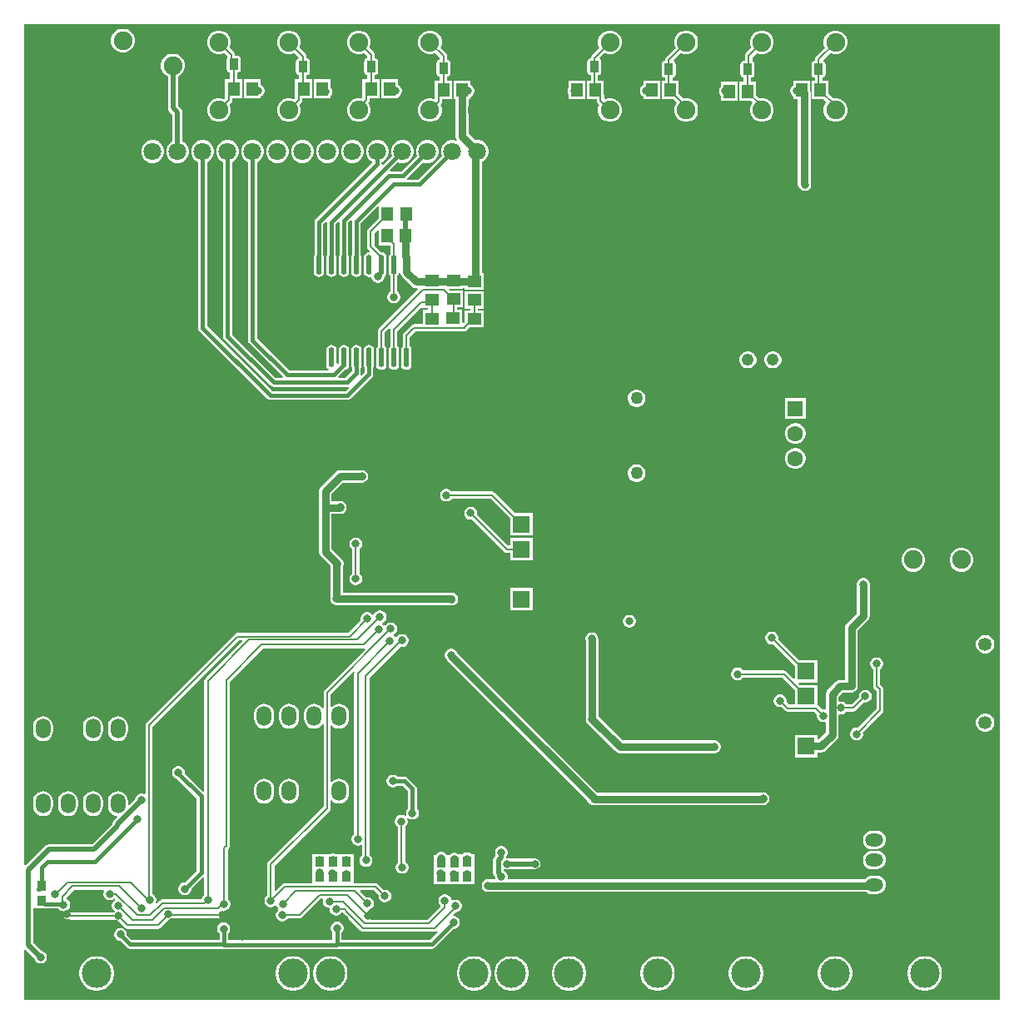
<source format=gbl>
G04*
G04 #@! TF.GenerationSoftware,Altium Limited,Altium Designer,21.9.2 (33)*
G04*
G04 Layer_Physical_Order=2*
G04 Layer_Color=16711680*
%FSTAX24Y24*%
%MOIN*%
G70*
G04*
G04 #@! TF.SameCoordinates,8777FA3C-9CA2-4F10-8BE3-E232CA162E6C*
G04*
G04*
G04 #@! TF.FilePolarity,Positive*
G04*
G01*
G75*
%ADD19C,0.0080*%
%ADD22R,0.0374X0.0394*%
%ADD38R,0.0472X0.0551*%
G04:AMPARAMS|DCode=41|XSize=35.4mil|YSize=47.2mil|CornerRadius=3.5mil|HoleSize=0mil|Usage=FLASHONLY|Rotation=0.000|XOffset=0mil|YOffset=0mil|HoleType=Round|Shape=RoundedRectangle|*
%AMROUNDEDRECTD41*
21,1,0.0354,0.0402,0,0,0.0*
21,1,0.0283,0.0472,0,0,0.0*
1,1,0.0071,0.0142,-0.0201*
1,1,0.0071,-0.0142,-0.0201*
1,1,0.0071,-0.0142,0.0201*
1,1,0.0071,0.0142,0.0201*
%
%ADD41ROUNDEDRECTD41*%
%ADD43R,0.0551X0.0472*%
%ADD45O,0.0217X0.0800*%
%ADD85C,0.0200*%
%ADD86C,0.0150*%
%ADD87C,0.0300*%
%ADD88C,0.1181*%
%ADD89R,0.0709X0.0709*%
%ADD90C,0.0709*%
%ADD91R,0.0709X0.0709*%
%ADD92C,0.0531*%
%ADD93O,0.0591X0.0787*%
%ADD94R,0.0630X0.0630*%
%ADD95C,0.0630*%
%ADD96C,0.0750*%
%ADD97C,0.0480*%
G04:AMPARAMS|DCode=98|XSize=53.1mil|YSize=70.9mil|CornerRadius=0mil|HoleSize=0mil|Usage=FLASHONLY|Rotation=90.920|XOffset=0mil|YOffset=0mil|HoleType=Round|Shape=Round|*
%AMOVALD98*
21,1,0.0177,0.0531,0.0000,0.0000,180.9*
1,1,0.0531,0.0089,0.0001*
1,1,0.0531,-0.0089,-0.0001*
%
%ADD98OVALD98*%

G04:AMPARAMS|DCode=99|XSize=86.6mil|YSize=118.1mil|CornerRadius=0mil|HoleSize=0mil|Usage=FLASHONLY|Rotation=90.920|XOffset=0mil|YOffset=0mil|HoleType=Round|Shape=Octagon|*
%AMOCTAGOND99*
4,1,8,-0.0587,-0.0226,-0.0594,0.0207,-0.0381,0.0427,0.0367,0.0439,0.0587,0.0226,0.0594,-0.0207,0.0381,-0.0427,-0.0367,-0.0439,-0.0587,-0.0226,0.0*
%
%ADD99OCTAGOND99*%

%ADD100C,0.0315*%
%ADD101C,0.0500*%
G36*
X049217Y010153D02*
X010153D01*
Y012138D01*
X010203Y012159D01*
X010543Y011819D01*
Y011816D01*
X01056Y011751D01*
X010594Y011692D01*
X010642Y011644D01*
X010701Y01161D01*
X010766Y011593D01*
X010834D01*
X010899Y01161D01*
X010958Y011644D01*
X011006Y011692D01*
X01104Y011751D01*
X011057Y011816D01*
Y011884D01*
X01104Y011949D01*
X011006Y012008D01*
X010958Y012056D01*
X010899Y01209D01*
X010834Y012107D01*
X010831D01*
X010514Y012424D01*
Y013806D01*
X010563Y013808D01*
Y013808D01*
X011137D01*
Y013811D01*
X011509D01*
X011515Y013799D01*
X011563Y013752D01*
X011622Y013718D01*
X011687Y0137D01*
X01171D01*
X011719Y013688D01*
X011732Y01365D01*
X011708Y013615D01*
X011697Y01356D01*
X011708Y013505D01*
X011739Y013459D01*
X011784Y013414D01*
X011784Y013414D01*
X01183Y013383D01*
X011885Y013372D01*
X011885Y013372D01*
X011943D01*
X01195Y013368D01*
X012004Y013357D01*
X012004Y013357D01*
X013851D01*
X014179Y013029D01*
X014225Y012998D01*
X01428Y012987D01*
X01428Y012987D01*
X01551D01*
X01551Y012987D01*
X015565Y012998D01*
X015611Y013029D01*
X015989Y013407D01*
X01803D01*
X01808Y013397D01*
X018135Y013408D01*
X018181Y013439D01*
X018212Y013485D01*
X018223Y01354D01*
X018212Y013595D01*
X018181Y013641D01*
X018171Y013651D01*
X018139Y013673D01*
X018154Y013723D01*
X018184D01*
X018249Y01374D01*
X018308Y013774D01*
X018356Y013822D01*
X01839Y013881D01*
X018407Y013946D01*
Y014014D01*
X01839Y014079D01*
X018356Y014138D01*
X018308Y014186D01*
X018293Y014195D01*
Y016184D01*
X018331Y016222D01*
X018331Y016222D01*
X018362Y016268D01*
X018373Y016323D01*
X018373Y016323D01*
Y022891D01*
X019699Y024217D01*
X02374D01*
X02374Y024217D01*
X023771Y024223D01*
X023795Y024177D01*
X022169Y022551D01*
X022138Y022505D01*
X022127Y02245D01*
X022127Y02245D01*
Y021838D01*
X022077Y021821D01*
X022032Y02188D01*
X021949Y021944D01*
X021853Y021984D01*
X02175Y021997D01*
X021647Y021984D01*
X021551Y021944D01*
X021468Y02188D01*
X021405Y021798D01*
X021365Y021702D01*
X021351Y021598D01*
Y021402D01*
X021365Y021298D01*
X021405Y021202D01*
X021468Y02112D01*
X021551Y021056D01*
X021647Y021016D01*
X02175Y021003D01*
X021853Y021016D01*
X021949Y021056D01*
X022032Y02112D01*
X022077Y021179D01*
X022127Y021162D01*
Y017869D01*
X019919Y015661D01*
X019888Y015615D01*
X019877Y01556D01*
X019877Y01556D01*
Y014325D01*
X019862Y014316D01*
X019814Y014268D01*
X01978Y014209D01*
X019763Y014144D01*
Y014076D01*
X01978Y014011D01*
X019814Y013952D01*
X019862Y013904D01*
X019921Y01387D01*
X019986Y013853D01*
X020054D01*
X020119Y01387D01*
X020178Y013904D01*
X020197Y013923D01*
X020253Y013908D01*
X02026Y013881D01*
X020294Y013822D01*
X020318Y013798D01*
X020314Y013736D01*
X020306Y01373D01*
X020296Y01372D01*
X02024Y013638D01*
X020221Y01354D01*
X02024Y013442D01*
X020296Y01336D01*
X020378Y013305D01*
X020476Y013285D01*
X020573Y013305D01*
X020656Y01336D01*
X020658Y013362D01*
X02067Y01337D01*
X020695Y013407D01*
X021161D01*
X021161Y013407D01*
X021216Y013418D01*
X021262Y013449D01*
X02202Y014207D01*
X022076D01*
X022111Y014157D01*
X022103Y014124D01*
Y014056D01*
X02212Y013991D01*
X022154Y013932D01*
X022202Y013884D01*
X022261Y01385D01*
X022326Y013833D01*
X022353D01*
X022372Y013808D01*
Y013741D01*
X02239Y013675D01*
X022423Y013616D01*
X022471Y013568D01*
X02253Y013534D01*
X022596Y013517D01*
X022663D01*
X022729Y013534D01*
X022788Y013568D01*
X022835Y013616D01*
X022844Y013632D01*
X022902D01*
X022977Y013557D01*
X022977Y013557D01*
X022993Y013546D01*
X023146Y013393D01*
X023157Y013377D01*
X023615Y012919D01*
X023615Y012919D01*
X023661Y012888D01*
X023715Y012877D01*
X023715Y012877D01*
X02659D01*
X02659Y012877D01*
X026645Y012888D01*
X026676Y012909D01*
X026708Y01287D01*
X026386Y012548D01*
X022848D01*
Y012834D01*
X022876Y012862D01*
X02291Y012921D01*
X022927Y012986D01*
Y013054D01*
X02291Y013119D01*
X022876Y013178D01*
X022828Y013226D01*
X022769Y01326D01*
X022704Y013277D01*
X022636D01*
X022571Y01326D01*
X022512Y013226D01*
X022464Y013178D01*
X02243Y013119D01*
X022413Y013054D01*
Y012986D01*
X02243Y012921D01*
X022464Y012862D01*
X022492Y012834D01*
Y012535D01*
X018318D01*
Y012814D01*
X018336Y012832D01*
X01837Y012891D01*
X018387Y012956D01*
Y013024D01*
X01837Y013089D01*
X018336Y013148D01*
X018288Y013196D01*
X018229Y01323D01*
X018164Y013247D01*
X018096D01*
X018031Y01323D01*
X017972Y013196D01*
X017924Y013148D01*
X01789Y013089D01*
X017873Y013024D01*
Y012956D01*
X01789Y012891D01*
X017924Y012832D01*
X017961Y012795D01*
Y012548D01*
X014454D01*
X014257Y012745D01*
Y012794D01*
X01424Y012859D01*
X014206Y012918D01*
X014158Y012966D01*
X014099Y013D01*
X014034Y013017D01*
X013966D01*
X013901Y013D01*
X013842Y012966D01*
X013794Y012918D01*
X01376Y012859D01*
X013743Y012794D01*
Y012726D01*
X01376Y012661D01*
X013794Y012602D01*
X013842Y012554D01*
X013901Y01252D01*
X013966Y012503D01*
X013995D01*
X014254Y012244D01*
X014312Y012205D01*
X01438Y012192D01*
X018085D01*
X018153Y012178D01*
X018153Y012178D01*
X022657D01*
X022724Y012192D01*
X02646D01*
X026528Y012205D01*
X026586Y012244D01*
X027325Y012983D01*
X027364D01*
X027429Y013D01*
X027488Y013034D01*
X027536Y013082D01*
X02757Y013141D01*
X027587Y013206D01*
Y013274D01*
X02757Y013339D01*
X027536Y013398D01*
X027488Y013446D01*
X027429Y01348D01*
X027364Y013497D01*
X02734D01*
X027319Y013547D01*
X027414Y013643D01*
X027444D01*
X027509Y01366D01*
X027568Y013694D01*
X027616Y013742D01*
X02765Y013801D01*
X027667Y013866D01*
Y013934D01*
X02765Y013999D01*
X027616Y014058D01*
X027568Y014106D01*
X027509Y01414D01*
X027444Y014157D01*
X027376D01*
X027311Y01414D01*
X027297Y014132D01*
X027281Y014136D01*
X027243Y014159D01*
X02723Y014209D01*
X027196Y014268D01*
X027148Y014316D01*
X027089Y01435D01*
X027024Y014367D01*
X026956D01*
X026891Y01435D01*
X026832Y014316D01*
X026784Y014268D01*
X02675Y014209D01*
X026733Y014144D01*
Y014076D01*
X02675Y014011D01*
X026784Y013952D01*
X026802Y013934D01*
X026804Y013866D01*
X026281Y013343D01*
X024002D01*
X023987Y013393D01*
X024011Y013409D01*
X024042Y013455D01*
X024053Y01351D01*
X024042Y013565D01*
X024011Y013611D01*
X023926Y013696D01*
X023945Y013748D01*
X023989Y01376D01*
X024048Y013794D01*
X024096Y013842D01*
X02413Y013901D01*
X024147Y013966D01*
Y014034D01*
X02413Y014099D01*
X024096Y014158D01*
X024048Y014206D01*
X023989Y01424D01*
X023924Y014257D01*
X023856D01*
X023839Y014253D01*
X023601Y014491D01*
X02362Y014537D01*
X024152D01*
X024338Y014351D01*
X024333Y014334D01*
Y014266D01*
X024351Y014201D01*
X024385Y014142D01*
X024433Y014094D01*
X024491Y01406D01*
X024557Y014043D01*
X024625D01*
X02469Y01406D01*
X024749Y014094D01*
X024797Y014142D01*
X024831Y014201D01*
X024848Y014266D01*
Y014334D01*
X024831Y0144D01*
X024797Y014458D01*
X024749Y014506D01*
X02469Y01454D01*
X024625Y014558D01*
X024557D01*
X02454Y014553D01*
X024312Y014781D01*
X024266Y014812D01*
X024211Y014823D01*
X024211Y014823D01*
X023327D01*
Y015378D01*
Y015972D01*
X023131D01*
X023074Y015987D01*
X023006D01*
X022949Y015972D01*
X022753D01*
Y015962D01*
X022648D01*
X022599Y01599D01*
X022534Y016007D01*
X022466D01*
X022401Y01599D01*
X022352Y015962D01*
X022083D01*
X022069Y01597D01*
X022004Y015987D01*
X021936D01*
X021871Y01597D01*
X021858Y015962D01*
X021683D01*
Y015368D01*
Y014823D01*
X02059D01*
X02059Y014823D01*
X020535Y014812D01*
X020489Y014781D01*
X020489Y014781D01*
X020209Y014501D01*
X020163Y01452D01*
Y015501D01*
X022371Y017709D01*
X022371Y017709D01*
X022402Y017755D01*
X022413Y01781D01*
X022413Y01781D01*
Y018114D01*
X02246Y01813D01*
X022468Y01812D01*
X022551Y018056D01*
X022647Y018016D01*
X02275Y018003D01*
X022853Y018016D01*
X022949Y018056D01*
X023032Y01812D01*
X023095Y018202D01*
X023135Y018298D01*
X023149Y018402D01*
Y018598D01*
X023135Y018702D01*
X023095Y018798D01*
X023032Y01888D01*
X022949Y018944D01*
X022853Y018984D01*
X02275Y018997D01*
X022647Y018984D01*
X022551Y018944D01*
X022468Y01888D01*
X02246Y01887D01*
X022413Y018886D01*
Y021114D01*
X02246Y02113D01*
X022468Y02112D01*
X022551Y021056D01*
X022647Y021016D01*
X02275Y021003D01*
X022853Y021016D01*
X022949Y021056D01*
X023032Y02112D01*
X023095Y021202D01*
X023135Y021298D01*
X023149Y021402D01*
Y021598D01*
X023135Y021702D01*
X023095Y021798D01*
X023032Y02188D01*
X022949Y021944D01*
X022853Y021984D01*
X02275Y021997D01*
X022647Y021984D01*
X022551Y021944D01*
X022468Y02188D01*
X02246Y02187D01*
X022413Y021886D01*
Y022391D01*
X023331Y023309D01*
X02337Y023277D01*
X023368Y023275D01*
X023357Y02322D01*
X023357Y02322D01*
Y016795D01*
X023342Y016786D01*
X023294Y016738D01*
X02326Y016679D01*
X023243Y016614D01*
Y016546D01*
X02326Y016481D01*
X023294Y016422D01*
X023342Y016374D01*
X023401Y01634D01*
X023466Y016323D01*
X023534D01*
X023599Y01634D01*
X023627Y016356D01*
X023677Y016327D01*
Y015939D01*
X023672Y015936D01*
X023624Y015888D01*
X02359Y015829D01*
X023573Y015764D01*
Y015696D01*
X02359Y015631D01*
X023624Y015572D01*
X023672Y015524D01*
X023731Y01549D01*
X023796Y015473D01*
X023864D01*
X023929Y01549D01*
X023988Y015524D01*
X024036Y015572D01*
X02407Y015631D01*
X024087Y015696D01*
Y015764D01*
X02407Y015829D01*
X024036Y015888D01*
X023988Y015936D01*
X023963Y015951D01*
Y023041D01*
X025203Y024281D01*
X025236Y024273D01*
X025304D01*
X025369Y02429D01*
X025428Y024324D01*
X025476Y024372D01*
X02551Y024431D01*
X025527Y024496D01*
Y024564D01*
X02551Y024629D01*
X025476Y024688D01*
X025428Y024736D01*
X025369Y02477D01*
X025304Y024787D01*
X025236D01*
X025171Y02477D01*
X025112Y024736D01*
X025064Y024688D01*
X025053Y024669D01*
X024996Y024668D01*
X024948Y024716D01*
X024946Y024717D01*
Y024775D01*
X024978Y024794D01*
X025026Y024842D01*
X02506Y024901D01*
X025077Y024966D01*
Y025034D01*
X02506Y025099D01*
X025026Y025158D01*
X024978Y025206D01*
X024919Y02524D01*
X024854Y025257D01*
X024786D01*
X024721Y02524D01*
X024662Y025206D01*
X024614Y025158D01*
X024605Y025143D01*
X024589Y025138D01*
X024545Y025139D01*
X024508Y025176D01*
X024488Y025188D01*
X024489Y025226D01*
X024493Y025242D01*
X024548Y025274D01*
X024596Y025322D01*
X02463Y025381D01*
X024647Y025446D01*
Y025514D01*
X02463Y025579D01*
X024596Y025638D01*
X024548Y025686D01*
X024489Y02572D01*
X024424Y025737D01*
X024356D01*
X024291Y02572D01*
X024232Y025686D01*
X024184Y025638D01*
X02415Y025579D01*
X024146Y025564D01*
X024092Y025557D01*
X024086Y025568D01*
X024038Y025616D01*
X023979Y02565D01*
X023914Y025667D01*
X023846D01*
X023781Y02565D01*
X023722Y025616D01*
X023674Y025568D01*
X02364Y025509D01*
X023623Y025444D01*
Y025376D01*
X023627Y025359D01*
X023101Y024833D01*
X01868D01*
X01868Y024833D01*
X018625Y024822D01*
X018579Y024791D01*
X015039Y021251D01*
X015008Y021205D01*
X014997Y02115D01*
X014997Y02115D01*
Y018398D01*
X014954Y018373D01*
X014942Y01838D01*
X014876Y018397D01*
X014809D01*
X014743Y01838D01*
X014684Y018346D01*
X014636Y018298D01*
X014603Y018239D01*
X014585Y018174D01*
Y018171D01*
X014349Y017935D01*
X014299Y017955D01*
Y018098D01*
X014285Y018202D01*
X014245Y018298D01*
X014182Y01838D01*
X014099Y018444D01*
X014003Y018484D01*
X0139Y018497D01*
X013797Y018484D01*
X013701Y018444D01*
X013618Y01838D01*
X013555Y018298D01*
X013515Y018202D01*
X013501Y018098D01*
Y017902D01*
X013515Y017798D01*
X013555Y017702D01*
X013618Y01762D01*
X013701Y017556D01*
X013797Y017516D01*
X013853Y017509D01*
X01387Y017456D01*
X013741Y017327D01*
X013697Y017261D01*
X013683Y017189D01*
X012866Y016372D01*
X011128D01*
X01105Y016357D01*
X010984Y016312D01*
X010203Y015531D01*
X010153Y015552D01*
Y049217D01*
X049217D01*
Y010153D01*
D02*
G37*
G36*
X018879Y024501D02*
X017399Y023021D01*
X017368Y022975D01*
X017357Y02292D01*
X017357Y02292D01*
Y018492D01*
X017307Y018472D01*
X016575Y019204D01*
X016577Y019214D01*
Y019281D01*
X01656Y019347D01*
X016526Y019406D01*
X016478Y019454D01*
X016419Y019487D01*
X016354Y019505D01*
X016286D01*
X016221Y019487D01*
X016162Y019454D01*
X016114Y019406D01*
X01608Y019347D01*
X016063Y019281D01*
Y019214D01*
X01608Y019148D01*
X016114Y019089D01*
X016162Y019041D01*
X016221Y019008D01*
X016284Y018991D01*
X017052Y018223D01*
Y015324D01*
X016575Y014847D01*
X016536D01*
X016471Y01483D01*
X016412Y014796D01*
X016364Y014748D01*
X01633Y014689D01*
X016313Y014624D01*
Y014556D01*
X01633Y014491D01*
X016364Y014432D01*
X016412Y014384D01*
X016471Y01435D01*
X016536Y014333D01*
X016604D01*
X016669Y01435D01*
X016728Y014384D01*
X016776Y014432D01*
X01681Y014491D01*
X016828Y014556D01*
Y014595D01*
X017307Y015075D01*
X017357Y015054D01*
Y014359D01*
X017352Y014356D01*
X017304Y014308D01*
X01727Y014249D01*
X017253Y014184D01*
Y014163D01*
X01567D01*
X01567Y014163D01*
X015615Y014152D01*
X015569Y014121D01*
X015569Y014121D01*
X015448Y014D01*
X015408Y01403D01*
X01541Y014034D01*
X015427Y0141D01*
Y014167D01*
X01541Y014233D01*
X015376Y014292D01*
X015328Y014339D01*
X015283Y014366D01*
Y021091D01*
X018739Y024547D01*
X01886D01*
X018879Y024501D01*
D02*
G37*
G36*
X01334Y014507D02*
X01333Y014489D01*
X013313Y014424D01*
Y014356D01*
X01333Y014291D01*
X013364Y014232D01*
X013412Y014184D01*
X013471Y01415D01*
X013536Y014133D01*
X013604D01*
X013669Y01415D01*
X013728Y014184D01*
X013749Y014205D01*
X013765Y014195D01*
X013764Y014139D01*
X013742Y014126D01*
X013694Y014078D01*
X01366Y014019D01*
X013643Y013954D01*
Y013886D01*
X01366Y013821D01*
X013694Y013762D01*
X013742Y013714D01*
X013779Y013693D01*
X013765Y013643D01*
X01205D01*
X012044Y013647D01*
X011989Y013658D01*
X011989Y013658D01*
X011944D01*
X011941Y013661D01*
X011895Y013692D01*
X011881Y013695D01*
X011872Y013747D01*
X011879Y013752D01*
X011927Y013799D01*
X011961Y013858D01*
X011979Y013924D01*
Y013991D01*
X011961Y014057D01*
X011927Y014116D01*
X011879Y014164D01*
X011845Y014184D01*
X011835Y01424D01*
X011836Y014244D01*
X012149Y014557D01*
X013312D01*
X01334Y014507D01*
D02*
G37*
%LPC*%
G36*
X014163Y049025D02*
X014037D01*
X013917Y048993D01*
X013808Y04893D01*
X01372Y048842D01*
X013657Y048733D01*
X013625Y048613D01*
Y048487D01*
X013657Y048367D01*
X01372Y048258D01*
X013808Y04817D01*
X013917Y048107D01*
X014037Y048075D01*
X014163D01*
X014283Y048107D01*
X014392Y04817D01*
X01448Y048258D01*
X014543Y048367D01*
X014575Y048487D01*
Y048613D01*
X014543Y048733D01*
X01448Y048842D01*
X014392Y04893D01*
X014283Y048993D01*
X014163Y049025D01*
D02*
G37*
G36*
X042693Y048955D02*
X042567D01*
X042447Y048923D01*
X042338Y04886D01*
X04225Y048772D01*
X042187Y048663D01*
X042155Y048543D01*
Y048417D01*
X042187Y048297D01*
X042208Y04826D01*
X041849Y047901D01*
X041818Y047855D01*
X041807Y0478D01*
X041807Y0478D01*
Y047739D01*
X041755Y047728D01*
X041711Y047698D01*
X041681Y047654D01*
X04167Y047601D01*
Y047199D01*
X041681Y047146D01*
X041711Y047102D01*
X041755Y047072D01*
X041807Y047061D01*
Y046952D01*
X041686D01*
Y0462D01*
X042157D01*
X042273Y046084D01*
X04225Y046062D01*
X042187Y045953D01*
X042155Y045833D01*
Y045707D01*
X042187Y045587D01*
X04225Y045478D01*
X042338Y04539D01*
X042447Y045327D01*
X042567Y045295D01*
X042693D01*
X042813Y045327D01*
X042922Y04539D01*
X04301Y045478D01*
X043073Y045587D01*
X043105Y045707D01*
Y045833D01*
X043073Y045953D01*
X04301Y046062D01*
X042922Y04615D01*
X042813Y046213D01*
X042693Y046245D01*
X042567D01*
X042527Y046234D01*
X042358Y046402D01*
Y046952D01*
X042093D01*
Y047061D01*
X042145Y047072D01*
X042189Y047102D01*
X042219Y047146D01*
X04223Y047199D01*
Y047601D01*
X042219Y047654D01*
X042189Y047698D01*
X042148Y047726D01*
X042144Y047732D01*
X042133Y047782D01*
X04241Y048058D01*
X042447Y048037D01*
X042567Y048005D01*
X042693D01*
X042813Y048037D01*
X042922Y0481D01*
X04301Y048188D01*
X043073Y048297D01*
X043105Y048417D01*
Y048543D01*
X043073Y048663D01*
X04301Y048772D01*
X042922Y04886D01*
X042813Y048923D01*
X042693Y048955D01*
D02*
G37*
G36*
X039743D02*
X039617D01*
X039497Y048923D01*
X039388Y04886D01*
X0393Y048772D01*
X039237Y048663D01*
X039205Y048543D01*
Y048417D01*
X039237Y048297D01*
X039258Y04826D01*
X039049Y048051D01*
X039018Y048005D01*
X039007Y04795D01*
X039007Y04795D01*
Y047739D01*
X038958D01*
X038905Y047728D01*
X038861Y047698D01*
X038831Y047654D01*
X03882Y047601D01*
Y047199D01*
X038831Y047146D01*
X038861Y047102D01*
X038905Y047072D01*
X038957Y047061D01*
Y046902D01*
X038786D01*
Y04615D01*
X039257D01*
X039323Y046084D01*
X0393Y046062D01*
X039237Y045953D01*
X039205Y045833D01*
Y045707D01*
X039237Y045587D01*
X0393Y045478D01*
X039388Y04539D01*
X039497Y045327D01*
X039617Y045295D01*
X039743D01*
X039863Y045327D01*
X039972Y04539D01*
X04006Y045478D01*
X040123Y045587D01*
X040155Y045707D01*
Y045833D01*
X040123Y045953D01*
X04006Y046062D01*
X039972Y04615D01*
X039863Y046213D01*
X039743Y046245D01*
X039617D01*
X039577Y046234D01*
X039458Y046352D01*
Y046902D01*
X039243D01*
Y047061D01*
X039295Y047072D01*
X039339Y047102D01*
X039369Y047146D01*
X03938Y047199D01*
Y047601D01*
X039369Y047654D01*
X039339Y047698D01*
X039295Y047728D01*
X039293Y047729D01*
Y047891D01*
X03946Y048058D01*
X039497Y048037D01*
X039617Y048005D01*
X039743D01*
X039863Y048037D01*
X039972Y0481D01*
X04006Y048188D01*
X040123Y048297D01*
X040155Y048417D01*
Y048543D01*
X040123Y048663D01*
X04006Y048772D01*
X039972Y04886D01*
X039863Y048923D01*
X039743Y048955D01*
D02*
G37*
G36*
X036713D02*
X036587D01*
X036467Y048923D01*
X036358Y04886D01*
X03627Y048772D01*
X036207Y048663D01*
X036175Y048543D01*
Y048417D01*
X036207Y048297D01*
X036228Y04826D01*
X035849Y047881D01*
X035818Y047835D01*
X035807Y04778D01*
X035793Y047736D01*
X035755Y047728D01*
X035711Y047698D01*
X035681Y047654D01*
X03567Y047601D01*
Y047199D01*
X035681Y047146D01*
X035711Y047102D01*
X035755Y047072D01*
X035807Y047061D01*
Y046952D01*
X035686D01*
Y0462D01*
X036157D01*
X036283Y046074D01*
X03627Y046062D01*
X036207Y045953D01*
X036175Y045833D01*
Y045707D01*
X036207Y045587D01*
X03627Y045478D01*
X036358Y04539D01*
X036467Y045327D01*
X036587Y045295D01*
X036713D01*
X036833Y045327D01*
X036942Y04539D01*
X03703Y045478D01*
X037093Y045587D01*
X037125Y045707D01*
Y045833D01*
X037093Y045953D01*
X03703Y046062D01*
X036942Y04615D01*
X036833Y046213D01*
X036713Y046245D01*
X036587D01*
X036531Y04623D01*
X036358Y046402D01*
Y046952D01*
X036093D01*
Y047061D01*
X036145Y047072D01*
X036189Y047102D01*
X036219Y047146D01*
X03623Y047199D01*
Y047601D01*
X036219Y047654D01*
X036189Y047698D01*
X03616Y047718D01*
X036147Y047775D01*
X03643Y048058D01*
X036467Y048037D01*
X036587Y048005D01*
X036713D01*
X036833Y048037D01*
X036942Y0481D01*
X03703Y048188D01*
X037093Y048297D01*
X037125Y048417D01*
Y048543D01*
X037093Y048663D01*
X03703Y048772D01*
X036942Y04886D01*
X036833Y048923D01*
X036713Y048955D01*
D02*
G37*
G36*
X033663D02*
X033537D01*
X033417Y048923D01*
X033308Y04886D01*
X03322Y048772D01*
X033157Y048663D01*
X033125Y048543D01*
Y048417D01*
X033157Y048297D01*
X033178Y04826D01*
X032868Y04795D01*
X032837Y047904D01*
X032827Y047849D01*
X032784Y04783D01*
X032775Y047828D01*
X03273Y047798D01*
X0327Y047754D01*
X032689Y047701D01*
Y047299D01*
X0327Y047246D01*
X03273Y047202D01*
X032775Y047172D01*
X032827Y047161D01*
Y046952D01*
X032686D01*
Y0462D01*
X033076D01*
Y046151D01*
X033076Y046151D01*
X033087Y046097D01*
X033118Y046051D01*
X033178Y04599D01*
X033157Y045953D01*
X033125Y045833D01*
Y045707D01*
X033157Y045587D01*
X03322Y045478D01*
X033308Y04539D01*
X033417Y045327D01*
X033537Y045295D01*
X033663D01*
X033783Y045327D01*
X033892Y04539D01*
X03398Y045478D01*
X034043Y045587D01*
X034075Y045707D01*
Y045833D01*
X034043Y045953D01*
X03398Y046062D01*
X033892Y04615D01*
X033783Y046213D01*
X033663Y046245D01*
X033537D01*
X033417Y046213D01*
X033411Y046209D01*
X033361Y046238D01*
Y04638D01*
X033359Y046394D01*
Y046952D01*
X033112D01*
Y047161D01*
X033164Y047172D01*
X033209Y047202D01*
X033239Y047246D01*
X033249Y047299D01*
Y047701D01*
X033239Y047754D01*
X033209Y047798D01*
X033198Y047806D01*
X033192Y04787D01*
X03338Y048058D01*
X033417Y048037D01*
X033537Y048005D01*
X033663D01*
X033783Y048037D01*
X033892Y0481D01*
X03398Y048188D01*
X034043Y048297D01*
X034075Y048417D01*
Y048543D01*
X034043Y048663D01*
X03398Y048772D01*
X033892Y04886D01*
X033783Y048923D01*
X033663Y048955D01*
D02*
G37*
G36*
X025112Y047D02*
X02444D01*
Y046248D01*
X025112D01*
Y046292D01*
X025168Y046324D01*
X025216Y046372D01*
X02525Y046431D01*
X025267Y046496D01*
Y046564D01*
X02525Y046629D01*
X025216Y046688D01*
X025168Y046736D01*
X025112Y046768D01*
Y047D01*
D02*
G37*
G36*
X019612D02*
X01894D01*
Y046248D01*
X019612D01*
Y046312D01*
X019668Y046344D01*
X019716Y046392D01*
X01975Y046451D01*
X019767Y046516D01*
Y046584D01*
X01975Y046649D01*
X019716Y046708D01*
X019668Y046756D01*
X019612Y046788D01*
Y047D01*
D02*
G37*
G36*
X022412D02*
X02174D01*
Y046248D01*
X022164D01*
X022186Y046243D01*
X022254D01*
X022276Y046248D01*
X022412D01*
Y046328D01*
X022426Y046342D01*
X02246Y046401D01*
X022477Y046466D01*
Y046534D01*
X02246Y046599D01*
X022426Y046658D01*
X022412Y046672D01*
Y047D01*
D02*
G37*
G36*
X023603Y048955D02*
X023477D01*
X023357Y048923D01*
X023248Y04886D01*
X02316Y048772D01*
X023097Y048663D01*
X023065Y048543D01*
Y048417D01*
X023097Y048297D01*
X02316Y048188D01*
X023248Y0481D01*
X023357Y048037D01*
X023477Y048005D01*
X023603D01*
X023723Y048037D01*
X02376Y048058D01*
X023888Y04793D01*
Y047839D01*
X023836Y047828D01*
X023791Y047798D01*
X023761Y047754D01*
X023751Y047701D01*
Y047299D01*
X023761Y047246D01*
X023791Y047202D01*
X023836Y047172D01*
X023888Y047161D01*
Y047D01*
X023691D01*
Y046442D01*
X023689Y046428D01*
X023689Y046428D01*
Y046274D01*
X02364Y046235D01*
X023603Y046245D01*
X023477D01*
X023357Y046213D01*
X023248Y04615D01*
X02316Y046062D01*
X023097Y045953D01*
X023065Y045833D01*
Y045707D01*
X023097Y045587D01*
X02316Y045478D01*
X023248Y04539D01*
X023357Y045327D01*
X023477Y045295D01*
X023603D01*
X023723Y045327D01*
X023832Y04539D01*
X02392Y045478D01*
X023983Y045587D01*
X024015Y045707D01*
Y045833D01*
X023983Y045953D01*
X02392Y046062D01*
X023932Y046078D01*
X023963Y046124D01*
X023974Y046179D01*
X023974Y046179D01*
Y046248D01*
X024364D01*
Y047D01*
X024173D01*
Y047161D01*
X024225Y047172D01*
X02427Y047202D01*
X0243Y047246D01*
X024311Y047299D01*
Y047701D01*
X0243Y047754D01*
X02427Y047798D01*
X024225Y047828D01*
X024173Y047839D01*
Y047989D01*
X024163Y048044D01*
X024132Y04809D01*
X024132Y04809D01*
X023962Y04826D01*
X023983Y048297D01*
X024015Y048417D01*
Y048543D01*
X023983Y048663D01*
X02392Y048772D01*
X023832Y04886D01*
X023723Y048923D01*
X023603Y048955D01*
D02*
G37*
G36*
X026453D02*
X026327D01*
X026207Y048923D01*
X026098Y04886D01*
X02601Y048772D01*
X025947Y048663D01*
X025915Y048543D01*
Y048417D01*
X025947Y048297D01*
X02601Y048188D01*
X026098Y0481D01*
X026207Y048037D01*
X026327Y048005D01*
X026453D01*
X026573Y048037D01*
X02661Y048058D01*
X026788Y04788D01*
Y047789D01*
X026736Y047778D01*
X026691Y047748D01*
X026661Y047704D01*
X026651Y047651D01*
Y047249D01*
X026661Y047196D01*
X026691Y047152D01*
X026736Y047122D01*
X026788Y047111D01*
Y04695D01*
X026591D01*
Y046257D01*
X026542Y046221D01*
X026453Y046245D01*
X026327D01*
X026207Y046213D01*
X026098Y04615D01*
X02601Y046062D01*
X025947Y045953D01*
X025915Y045833D01*
Y045707D01*
X025947Y045587D01*
X02601Y045478D01*
X026098Y04539D01*
X026207Y045327D01*
X026327Y045295D01*
X026453D01*
X026573Y045327D01*
X026682Y04539D01*
X02677Y045478D01*
X026833Y045587D01*
X026865Y045707D01*
Y045833D01*
X026833Y045953D01*
X026812Y04599D01*
X026841Y046019D01*
X026841Y046019D01*
X026872Y046065D01*
X026883Y04612D01*
X026883Y04612D01*
Y046198D01*
X027264D01*
Y04695D01*
X027073D01*
Y047111D01*
X027125Y047122D01*
X02717Y047152D01*
X0272Y047196D01*
X027211Y047249D01*
Y047651D01*
X0272Y047704D01*
X02717Y047748D01*
X027125Y047778D01*
X027073Y047789D01*
Y047939D01*
X027073Y047939D01*
X027063Y047994D01*
X027032Y04804D01*
X026812Y04826D01*
X026833Y048297D01*
X026865Y048417D01*
Y048543D01*
X026833Y048663D01*
X02677Y048772D01*
X026682Y04886D01*
X026573Y048923D01*
X026453Y048955D01*
D02*
G37*
G36*
X03561Y046952D02*
X034938D01*
Y046783D01*
X034892Y046756D01*
X034844Y046708D01*
X03481Y046649D01*
X034793Y046584D01*
Y046516D01*
X03481Y046451D01*
X034844Y046392D01*
X034892Y046344D01*
X034938Y046317D01*
Y0462D01*
X03561D01*
Y046952D01*
D02*
G37*
G36*
X03261D02*
X031938D01*
Y04668D01*
X03192Y046649D01*
X031903Y046584D01*
Y046516D01*
X03192Y046451D01*
X031938Y04642D01*
Y0462D01*
X03261D01*
Y046952D01*
D02*
G37*
G36*
X020803Y048955D02*
X020677D01*
X020557Y048923D01*
X020448Y04886D01*
X02036Y048772D01*
X020297Y048663D01*
X020265Y048543D01*
Y048417D01*
X020297Y048297D01*
X02036Y048188D01*
X020448Y0481D01*
X020557Y048037D01*
X020677Y048005D01*
X020803D01*
X020923Y048037D01*
X02096Y048058D01*
X021133Y047885D01*
X021117Y047831D01*
X021105Y047828D01*
X021061Y047798D01*
X021031Y047754D01*
X02102Y047701D01*
Y047299D01*
X021031Y047246D01*
X021061Y047202D01*
X021105Y047172D01*
X021157Y047161D01*
Y047D01*
X020991D01*
Y046442D01*
X020989Y046428D01*
X020989Y046428D01*
Y04623D01*
X020948Y046198D01*
X020923Y046213D01*
X020803Y046245D01*
X020677D01*
X020557Y046213D01*
X020448Y04615D01*
X02036Y046062D01*
X020297Y045953D01*
X020265Y045833D01*
Y045707D01*
X020297Y045587D01*
X02036Y045478D01*
X020448Y04539D01*
X020557Y045327D01*
X020677Y045295D01*
X020803D01*
X020923Y045327D01*
X021032Y04539D01*
X02112Y045478D01*
X021183Y045587D01*
X021215Y045707D01*
Y045833D01*
X021183Y045953D01*
X021162Y04599D01*
X021232Y046061D01*
X021263Y046107D01*
X021274Y046161D01*
X021274Y046161D01*
Y046248D01*
X021664D01*
Y047D01*
X021443D01*
Y047161D01*
X021495Y047172D01*
X021539Y047202D01*
X021569Y047246D01*
X02158Y047299D01*
Y047701D01*
X021569Y047754D01*
X021539Y047798D01*
X021495Y047828D01*
X021443Y047839D01*
Y04792D01*
X021443Y04792D01*
X021432Y047975D01*
X021401Y048021D01*
X021401Y048021D01*
X021162Y04826D01*
X021183Y048297D01*
X021215Y048417D01*
Y048543D01*
X021183Y048663D01*
X02112Y048772D01*
X021032Y04886D01*
X020923Y048923D01*
X020803Y048955D01*
D02*
G37*
G36*
X018003D02*
X017877D01*
X017757Y048923D01*
X017648Y04886D01*
X01756Y048772D01*
X017497Y048663D01*
X017465Y048543D01*
Y048417D01*
X017497Y048297D01*
X01756Y048188D01*
X017648Y0481D01*
X017757Y048037D01*
X017877Y048005D01*
X018003D01*
X018123Y048037D01*
X01816Y048058D01*
X018286Y047932D01*
Y047891D01*
X018261Y047854D01*
X018251Y047801D01*
Y047399D01*
X018261Y047346D01*
X018291Y047302D01*
X018336Y047272D01*
X018388Y047261D01*
Y047D01*
X018191D01*
Y046442D01*
X018189Y046428D01*
X018189Y046428D01*
Y04623D01*
X018148Y046198D01*
X018123Y046213D01*
X018003Y046245D01*
X017877D01*
X017757Y046213D01*
X017648Y04615D01*
X01756Y046062D01*
X017497Y045953D01*
X017465Y045833D01*
Y045707D01*
X017497Y045587D01*
X01756Y045478D01*
X017648Y04539D01*
X017757Y045327D01*
X017877Y045295D01*
X018003D01*
X018123Y045327D01*
X018232Y04539D01*
X01832Y045478D01*
X018383Y045587D01*
X018415Y045707D01*
Y045833D01*
X018383Y045953D01*
X018362Y04599D01*
X018432Y046061D01*
X018463Y046107D01*
X018474Y046161D01*
X018474Y046161D01*
Y046248D01*
X018864D01*
Y047D01*
X018673D01*
Y047261D01*
X018725Y047272D01*
X01877Y047302D01*
X0188Y047346D01*
X018811Y047399D01*
Y047801D01*
X0188Y047854D01*
X01877Y047898D01*
X018725Y047928D01*
X018672Y047939D01*
X018572D01*
Y047991D01*
X018561Y048046D01*
X01853Y048092D01*
X01853Y048092D01*
X018362Y04826D01*
X018383Y048297D01*
X018415Y048417D01*
Y048543D01*
X018383Y048663D01*
X01832Y048772D01*
X018232Y04886D01*
X018123Y048923D01*
X018003Y048955D01*
D02*
G37*
G36*
X03871Y046902D02*
X038038D01*
Y046712D01*
X038014Y046688D01*
X03798Y046629D01*
X037963Y046564D01*
Y046496D01*
X03798Y046431D01*
X038014Y046372D01*
X038038Y046348D01*
Y04615D01*
X03871D01*
Y046902D01*
D02*
G37*
G36*
X028012Y04695D02*
X02734D01*
Y046198D01*
X027421D01*
Y044721D01*
X02744Y044624D01*
X027465Y044586D01*
X027434Y044543D01*
X027344Y044567D01*
X027225D01*
X027109Y044536D01*
X027005Y044476D01*
X026921Y044392D01*
X026861Y044288D01*
X02683Y044173D01*
Y044053D01*
X02686Y043941D01*
X025908Y042988D01*
X025483D01*
X025462Y043038D01*
X026112Y043689D01*
X026225Y043658D01*
X026344D01*
X02646Y043689D01*
X026563Y043749D01*
X026648Y043834D01*
X026708Y043937D01*
X026739Y044053D01*
Y044173D01*
X026708Y044288D01*
X026648Y044392D01*
X026563Y044476D01*
X02646Y044536D01*
X026344Y044567D01*
X026225D01*
X026109Y044536D01*
X026005Y044476D01*
X025921Y044392D01*
X025861Y044288D01*
X02583Y044173D01*
Y044053D01*
X02586Y043941D01*
X025238Y043318D01*
X024813D01*
X024792Y043368D01*
X025112Y043689D01*
X025225Y043658D01*
X025344D01*
X02546Y043689D01*
X025563Y043749D01*
X025648Y043834D01*
X025708Y043937D01*
X025739Y044053D01*
Y044173D01*
X025708Y044288D01*
X025648Y044392D01*
X025563Y044476D01*
X02546Y044536D01*
X025344Y044567D01*
X025225D01*
X025109Y044536D01*
X025005Y044476D01*
X024921Y044392D01*
X024861Y044288D01*
X02483Y044173D01*
Y044053D01*
X02486Y043941D01*
X024504Y043585D01*
X024458Y04361D01*
X024458Y04361D01*
X024458Y04361D01*
Y043689D01*
X02446Y043689D01*
X024563Y043749D01*
X024648Y043834D01*
X024708Y043937D01*
X024739Y044053D01*
Y044173D01*
X024708Y044288D01*
X024648Y044392D01*
X024563Y044476D01*
X02446Y044536D01*
X024344Y044567D01*
X024225D01*
X024109Y044536D01*
X024005Y044476D01*
X023921Y044392D01*
X023861Y044288D01*
X02383Y044173D01*
Y044053D01*
X023861Y043937D01*
X023921Y043834D01*
X024005Y043749D01*
X024063Y043716D01*
X024071Y043654D01*
X021818Y0414D01*
X021779Y041342D01*
X021766Y041274D01*
Y039984D01*
X021748Y039957D01*
X021732Y039876D01*
Y039292D01*
X021748Y039211D01*
X021794Y039142D01*
X021863Y039096D01*
X021944Y03908D01*
X022025Y039096D01*
X022094Y039142D01*
X02214Y039211D01*
X022156Y039292D01*
Y039876D01*
X02214Y039957D01*
X022122Y039984D01*
Y0412D01*
X022219Y041297D01*
X022266Y041272D01*
X022266Y041272D01*
Y039984D01*
X022248Y039957D01*
X022232Y039876D01*
Y039292D01*
X022248Y039211D01*
X022294Y039142D01*
X022363Y039096D01*
X022444Y03908D01*
X022525Y039096D01*
X022594Y039142D01*
X02264Y039211D01*
X022656Y039292D01*
Y039876D01*
X02264Y039957D01*
X022622Y039984D01*
Y041198D01*
X022716Y041292D01*
X022766Y041271D01*
Y039984D01*
X022748Y039957D01*
X022732Y039876D01*
Y039292D01*
X022748Y039211D01*
X022794Y039142D01*
X022863Y039096D01*
X022944Y03908D01*
X023025Y039096D01*
X023094Y039142D01*
X02314Y039211D01*
X023156Y039292D01*
Y039876D01*
X02314Y039957D01*
X023122Y039984D01*
Y04126D01*
X023227Y041364D01*
X023273Y04134D01*
X023266Y041304D01*
Y039984D01*
X023248Y039957D01*
X023232Y039876D01*
Y039292D01*
X023248Y039211D01*
X023294Y039142D01*
X023363Y039096D01*
X023444Y03908D01*
X023525Y039096D01*
X023594Y039142D01*
X02364Y039211D01*
X023656Y039292D01*
Y039876D01*
X02364Y039957D01*
X023622Y039984D01*
Y04123D01*
X024309Y041917D01*
X024355Y041898D01*
Y041434D01*
X023919Y040998D01*
X023888Y040951D01*
X023877Y040897D01*
X023877Y040897D01*
Y0403D01*
X023877Y0403D01*
X023888Y040245D01*
X023919Y040199D01*
X023987Y040131D01*
X023963Y040085D01*
X023944Y040088D01*
X023863Y040072D01*
X023794Y040026D01*
X023748Y039957D01*
X023732Y039876D01*
Y039292D01*
X023748Y039211D01*
X023794Y039142D01*
X023863Y039096D01*
X023944Y03908D01*
X024002Y039092D01*
X024039Y03908D01*
X024057Y039057D01*
X024069Y03901D01*
X024103Y038951D01*
X024151Y038903D01*
X02421Y038869D01*
X024275Y038852D01*
X024343D01*
X024409Y038869D01*
X024467Y038903D01*
X024515Y038951D01*
X024549Y03901D01*
X024567Y039075D01*
Y039124D01*
X024594Y039142D01*
X02464Y039211D01*
X024656Y039292D01*
Y039876D01*
X02464Y039957D01*
X024594Y040026D01*
X024525Y040072D01*
X024444Y040088D01*
X024435Y040087D01*
X024163Y040359D01*
Y040838D01*
X024282Y040957D01*
X024328Y040937D01*
Y040358D01*
X024798D01*
X024801Y040355D01*
Y040031D01*
X024794Y040026D01*
X024748Y039957D01*
X024732Y039876D01*
Y039292D01*
X024748Y039211D01*
X024794Y039142D01*
X024804Y039135D01*
Y038502D01*
X024789Y038493D01*
X024741Y038446D01*
X024708Y038387D01*
X02469Y038321D01*
Y038254D01*
X024708Y038188D01*
X024741Y038129D01*
X024789Y038081D01*
X024848Y038048D01*
X024914Y03803D01*
X024981D01*
X025047Y038048D01*
X025106Y038081D01*
X025154Y038129D01*
X025187Y038188D01*
X025205Y038254D01*
Y038321D01*
X025187Y038387D01*
X025154Y038446D01*
X025106Y038493D01*
X02509Y038503D01*
Y039139D01*
X025094Y039142D01*
X02514Y039211D01*
X025147Y039247D01*
X025198D01*
X025208Y039195D01*
X025264Y039112D01*
X025662Y038714D01*
X025745Y038658D01*
X025842Y038639D01*
X025892D01*
X025911Y038593D01*
X024343Y037025D01*
X024312Y036979D01*
X024301Y036924D01*
X024301Y036924D01*
Y036311D01*
X024294Y036306D01*
X024248Y036237D01*
X024232Y036155D01*
Y035572D01*
X024248Y035491D01*
X024294Y035422D01*
X024363Y035376D01*
X024444Y03536D01*
X024525Y035376D01*
X024594Y035422D01*
X02464Y035491D01*
X024656Y035572D01*
Y036155D01*
X02464Y036237D01*
X024594Y036306D01*
X024587Y036311D01*
Y036865D01*
X024769Y037047D01*
X024769Y037046D01*
X02481Y037017D01*
X024801Y036974D01*
X024801Y036974D01*
Y036311D01*
X024794Y036306D01*
X024748Y036237D01*
X024732Y036155D01*
Y035572D01*
X024748Y035491D01*
X024794Y035422D01*
X024863Y035376D01*
X024944Y03536D01*
X025025Y035376D01*
X025094Y035422D01*
X02514Y035491D01*
X025156Y035572D01*
Y036155D01*
X02514Y036237D01*
X025094Y036306D01*
X025087Y036311D01*
Y036915D01*
X026044Y037872D01*
X026084Y037855D01*
Y037855D01*
X026317D01*
Y037761D01*
X026111D01*
Y037197D01*
X025754D01*
X025754Y037197D01*
X025699Y037186D01*
X025653Y037155D01*
X025653Y037155D01*
X025343Y036845D01*
X025312Y036799D01*
X025301Y036744D01*
X025301Y036744D01*
Y036311D01*
X025294Y036306D01*
X025248Y036237D01*
X025232Y036155D01*
Y035572D01*
X025248Y035491D01*
X025294Y035422D01*
X025363Y035376D01*
X025444Y03536D01*
X025525Y035376D01*
X025594Y035422D01*
X02564Y035491D01*
X025656Y035572D01*
Y036155D01*
X02564Y036237D01*
X025594Y036306D01*
X025587Y036311D01*
Y036685D01*
X025813Y036911D01*
X027764D01*
X027819Y036922D01*
X027865Y036953D01*
X02788Y036975D01*
X02799Y037086D01*
X02854D01*
Y037758D01*
X028303D01*
Y037825D01*
X028536D01*
Y038498D01*
X027784D01*
Y037825D01*
X028017D01*
Y037758D01*
X027788D01*
Y037288D01*
X027742Y037242D01*
X027692Y037262D01*
Y037771D01*
X027483D01*
Y037865D01*
X027716D01*
Y038538D01*
X027173D01*
X02715Y038566D01*
X027171Y038613D01*
X027716D01*
Y038639D01*
X027784D01*
Y038573D01*
X028536D01*
Y039246D01*
X028477D01*
Y043699D01*
X028563Y043749D01*
X028648Y043834D01*
X028708Y043937D01*
X028739Y044053D01*
Y044173D01*
X028708Y044288D01*
X028648Y044392D01*
X028563Y044476D01*
X02846Y044536D01*
X028344Y044567D01*
X028225D01*
X028198Y04456D01*
X027931Y044827D01*
Y046198D01*
X028012D01*
Y046292D01*
X028068Y046324D01*
X028116Y046372D01*
X02815Y046431D01*
X028167Y046496D01*
Y046564D01*
X02815Y046629D01*
X028116Y046688D01*
X028068Y046736D01*
X028012Y046768D01*
Y04695D01*
D02*
G37*
G36*
X023344Y044567D02*
X023225D01*
X023109Y044536D01*
X023005Y044476D01*
X022921Y044392D01*
X022861Y044288D01*
X02283Y044173D01*
Y044053D01*
X022861Y043937D01*
X022921Y043834D01*
X023005Y043749D01*
X023109Y043689D01*
X023225Y043658D01*
X023344D01*
X02346Y043689D01*
X023563Y043749D01*
X023648Y043834D01*
X023708Y043937D01*
X023739Y044053D01*
Y044173D01*
X023708Y044288D01*
X023648Y044392D01*
X023563Y044476D01*
X02346Y044536D01*
X023344Y044567D01*
D02*
G37*
G36*
X022344D02*
X022225D01*
X022109Y044536D01*
X022005Y044476D01*
X021921Y044392D01*
X021861Y044288D01*
X02183Y044173D01*
Y044053D01*
X021861Y043937D01*
X021921Y043834D01*
X022005Y043749D01*
X022109Y043689D01*
X022225Y043658D01*
X022344D01*
X02246Y043689D01*
X022563Y043749D01*
X022648Y043834D01*
X022708Y043937D01*
X022739Y044053D01*
Y044173D01*
X022708Y044288D01*
X022648Y044392D01*
X022563Y044476D01*
X02246Y044536D01*
X022344Y044567D01*
D02*
G37*
G36*
X021344D02*
X021225D01*
X021109Y044536D01*
X021005Y044476D01*
X020921Y044392D01*
X020861Y044288D01*
X02083Y044173D01*
Y044053D01*
X020861Y043937D01*
X020921Y043834D01*
X021005Y043749D01*
X021109Y043689D01*
X021225Y043658D01*
X021344D01*
X02146Y043689D01*
X021563Y043749D01*
X021648Y043834D01*
X021708Y043937D01*
X021739Y044053D01*
Y044173D01*
X021708Y044288D01*
X021648Y044392D01*
X021563Y044476D01*
X02146Y044536D01*
X021344Y044567D01*
D02*
G37*
G36*
X020344D02*
X020225D01*
X020109Y044536D01*
X020005Y044476D01*
X019921Y044392D01*
X019861Y044288D01*
X01983Y044173D01*
Y044053D01*
X019861Y043937D01*
X019921Y043834D01*
X020005Y043749D01*
X020109Y043689D01*
X020225Y043658D01*
X020344D01*
X02046Y043689D01*
X020563Y043749D01*
X020648Y043834D01*
X020708Y043937D01*
X020739Y044053D01*
Y044173D01*
X020708Y044288D01*
X020648Y044392D01*
X020563Y044476D01*
X02046Y044536D01*
X020344Y044567D01*
D02*
G37*
G36*
X016163Y048025D02*
X016037D01*
X015917Y047993D01*
X015808Y04793D01*
X01572Y047842D01*
X015657Y047733D01*
X015625Y047613D01*
Y047487D01*
X015657Y047367D01*
X01572Y047258D01*
X015808Y04717D01*
X015896Y047119D01*
Y04586D01*
X015912Y045782D01*
X015956Y045716D01*
X01608Y045591D01*
Y04452D01*
X016005Y044476D01*
X015921Y044392D01*
X015861Y044288D01*
X01583Y044173D01*
Y044053D01*
X015861Y043937D01*
X015921Y043834D01*
X016005Y043749D01*
X016109Y043689D01*
X016225Y043658D01*
X016344D01*
X01646Y043689D01*
X016563Y043749D01*
X016648Y043834D01*
X016708Y043937D01*
X016739Y044053D01*
Y044173D01*
X016708Y044288D01*
X016648Y044392D01*
X016563Y044476D01*
X016488Y04452D01*
Y045676D01*
X016473Y045754D01*
X016429Y04582D01*
X016304Y045944D01*
Y047119D01*
X016392Y04717D01*
X01648Y047258D01*
X016543Y047367D01*
X016575Y047487D01*
Y047613D01*
X016543Y047733D01*
X01648Y047842D01*
X016392Y04793D01*
X016283Y047993D01*
X016163Y048025D01*
D02*
G37*
G36*
X015344Y044567D02*
X015225D01*
X015109Y044536D01*
X015005Y044476D01*
X014921Y044392D01*
X014861Y044288D01*
X01483Y044173D01*
Y044053D01*
X014861Y043937D01*
X014921Y043834D01*
X015005Y043749D01*
X015109Y043689D01*
X015225Y043658D01*
X015344D01*
X01546Y043689D01*
X015563Y043749D01*
X015648Y043834D01*
X015708Y043937D01*
X015739Y044053D01*
Y044173D01*
X015708Y044288D01*
X015648Y044392D01*
X015563Y044476D01*
X01546Y044536D01*
X015344Y044567D01*
D02*
G37*
G36*
X04161Y046952D02*
X040938D01*
Y046755D01*
X040922Y046746D01*
X040874Y046698D01*
X04084Y046639D01*
X040823Y046574D01*
Y046506D01*
X04084Y046441D01*
X040874Y046382D01*
X040922Y046334D01*
X040938Y046325D01*
Y0462D01*
X041123D01*
Y042812D01*
X041143Y042714D01*
X04117Y042673D01*
X041194Y042632D01*
X041242Y042584D01*
X041301Y04255D01*
X041366Y042533D01*
X041434D01*
X041499Y04255D01*
X041558Y042584D01*
X041606Y042632D01*
X04164Y042691D01*
X041657Y042756D01*
Y042824D01*
X04164Y042889D01*
X041633Y042902D01*
Y046472D01*
X041613Y04657D01*
X04161Y046574D01*
Y046952D01*
D02*
G37*
G36*
X040165Y03611D02*
X040075D01*
X039989Y036087D01*
X039911Y036042D01*
X039848Y035979D01*
X039803Y035901D01*
X03978Y035815D01*
Y035725D01*
X039803Y035639D01*
X039848Y035561D01*
X039911Y035498D01*
X039989Y035453D01*
X040075Y03543D01*
X040165D01*
X040251Y035453D01*
X040329Y035498D01*
X040392Y035561D01*
X040437Y035639D01*
X04046Y035725D01*
Y035815D01*
X040437Y035901D01*
X040392Y035979D01*
X040329Y036042D01*
X040251Y036087D01*
X040165Y03611D01*
D02*
G37*
G36*
X039165D02*
X039075D01*
X038989Y036087D01*
X038911Y036042D01*
X038848Y035979D01*
X038803Y035901D01*
X03878Y035815D01*
Y035725D01*
X038803Y035639D01*
X038848Y035561D01*
X038911Y035498D01*
X038989Y035453D01*
X039075Y03543D01*
X039165D01*
X039251Y035453D01*
X039329Y035498D01*
X039392Y035561D01*
X039437Y035639D01*
X03946Y035725D01*
Y035815D01*
X039437Y035901D01*
X039392Y035979D01*
X039329Y036042D01*
X039251Y036087D01*
X039165Y03611D01*
D02*
G37*
G36*
X019344Y044567D02*
X019225D01*
X019109Y044536D01*
X019005Y044476D01*
X018921Y044392D01*
X018861Y044288D01*
X01883Y044173D01*
Y044053D01*
X018861Y043937D01*
X018921Y043834D01*
X019005Y043749D01*
X019106Y043691D01*
Y036556D01*
X01912Y036487D01*
X019158Y036429D01*
X020494Y035093D01*
X020474Y035043D01*
X020209D01*
X018463Y03679D01*
Y043691D01*
X018563Y043749D01*
X018648Y043834D01*
X018708Y043937D01*
X018739Y044053D01*
Y044173D01*
X018708Y044288D01*
X018648Y044392D01*
X018563Y044476D01*
X01846Y044536D01*
X018344Y044567D01*
X018225D01*
X018109Y044536D01*
X018005Y044476D01*
X017921Y044392D01*
X017861Y044288D01*
X01783Y044173D01*
Y044053D01*
X017861Y043937D01*
X017921Y043834D01*
X018005Y043749D01*
X018106Y043691D01*
Y036716D01*
X01812Y036647D01*
X018158Y036589D01*
X020009Y034739D01*
X020009Y034739D01*
X020067Y0347D01*
X020135Y034687D01*
X020135Y034687D01*
X023065D01*
X023126Y034699D01*
X023143Y03468D01*
X023155Y034657D01*
X023016Y034518D01*
X020074D01*
X017463Y03713D01*
Y043691D01*
X017563Y043749D01*
X017648Y043834D01*
X017708Y043937D01*
X017739Y044053D01*
Y044173D01*
X017708Y044288D01*
X017648Y044392D01*
X017563Y044476D01*
X01746Y044536D01*
X017344Y044567D01*
X017225D01*
X017109Y044536D01*
X017005Y044476D01*
X016921Y044392D01*
X016861Y044288D01*
X01683Y044173D01*
Y044053D01*
X016861Y043937D01*
X016921Y043834D01*
X017005Y043749D01*
X017106Y043691D01*
Y037056D01*
X01712Y036987D01*
X017158Y036929D01*
X019874Y034214D01*
X019874Y034214D01*
X019932Y034175D01*
X02Y034162D01*
X02309D01*
X023158Y034175D01*
X023216Y034214D01*
X02407Y035068D01*
X02407Y035068D01*
X024109Y035126D01*
X024122Y035194D01*
Y035464D01*
X02414Y035491D01*
X024156Y035572D01*
Y036155D01*
X02414Y036237D01*
X024094Y036306D01*
X024025Y036352D01*
X023944Y036368D01*
X023863Y036352D01*
X023794Y036306D01*
X023748Y036237D01*
X023732Y036155D01*
Y035572D01*
X023748Y035491D01*
X023766Y035464D01*
Y035268D01*
X023646Y035149D01*
X023624Y03516D01*
X023605Y035178D01*
X023617Y035239D01*
Y035456D01*
X02364Y035491D01*
X023656Y035572D01*
Y036155D01*
X02364Y036237D01*
X023594Y036306D01*
X023525Y036352D01*
X023444Y036368D01*
X023363Y036352D01*
X023294Y036306D01*
X023248Y036237D01*
X023232Y036155D01*
Y035572D01*
X023248Y035491D01*
X02326Y035472D01*
Y035313D01*
X022991Y035043D01*
X022738D01*
X022718Y035093D01*
X022994Y03537D01*
X023025Y035376D01*
X023094Y035422D01*
X02314Y035491D01*
X023156Y035572D01*
Y036155D01*
X02314Y036237D01*
X023094Y036306D01*
X023025Y036352D01*
X022944Y036368D01*
X022863Y036352D01*
X022794Y036306D01*
X022748Y036237D01*
X022732Y036155D01*
Y035627D01*
X022706Y035607D01*
X022656Y035629D01*
Y036155D01*
X02264Y036237D01*
X022594Y036306D01*
X022525Y036352D01*
X022444Y036368D01*
X022363Y036352D01*
X022294Y036306D01*
X022248Y036237D01*
X022232Y036155D01*
Y035572D01*
X022248Y035491D01*
X022294Y035422D01*
X022329Y035398D01*
X022314Y035348D01*
X020744D01*
X019463Y03663D01*
Y043691D01*
X019563Y043749D01*
X019648Y043834D01*
X019708Y043937D01*
X019739Y044053D01*
Y044173D01*
X019708Y044288D01*
X019648Y044392D01*
X019563Y044476D01*
X01946Y044536D01*
X019344Y044567D01*
D02*
G37*
G36*
X034714Y034579D02*
X034622D01*
X034533Y034555D01*
X034453Y034509D01*
X034388Y034444D01*
X034342Y034364D01*
X034318Y034275D01*
Y034183D01*
X034342Y034094D01*
X034388Y034014D01*
X034453Y033949D01*
X034533Y033903D01*
X034622Y033879D01*
X034714D01*
X034803Y033903D01*
X034883Y033949D01*
X034948Y034014D01*
X034994Y034094D01*
X035018Y034183D01*
Y034275D01*
X034994Y034364D01*
X034948Y034444D01*
X034883Y034509D01*
X034803Y034555D01*
X034714Y034579D01*
D02*
G37*
G36*
X041435Y034235D02*
X040605D01*
Y033405D01*
X041435D01*
Y034235D01*
D02*
G37*
G36*
X041075Y033235D02*
X040965D01*
X04086Y033207D01*
X040765Y033152D01*
X040688Y033075D01*
X040633Y03298D01*
X040605Y032875D01*
Y032765D01*
X040633Y03266D01*
X040688Y032565D01*
X040765Y032488D01*
X04086Y032433D01*
X040965Y032405D01*
X041075D01*
X04118Y032433D01*
X041275Y032488D01*
X041352Y032565D01*
X041407Y03266D01*
X041435Y032765D01*
Y032875D01*
X041407Y03298D01*
X041352Y033075D01*
X041275Y033152D01*
X04118Y033207D01*
X041075Y033235D01*
D02*
G37*
G36*
Y032235D02*
X040965D01*
X04086Y032207D01*
X040765Y032152D01*
X040688Y032075D01*
X040633Y03198D01*
X040605Y031875D01*
Y031765D01*
X040633Y03166D01*
X040688Y031565D01*
X040765Y031488D01*
X04086Y031433D01*
X040965Y031405D01*
X041075D01*
X04118Y031433D01*
X041275Y031488D01*
X041352Y031565D01*
X041407Y03166D01*
X041435Y031765D01*
Y031875D01*
X041407Y03198D01*
X041352Y032075D01*
X041275Y032152D01*
X04118Y032207D01*
X041075Y032235D01*
D02*
G37*
G36*
X034716Y031585D02*
X034624D01*
X034535Y031561D01*
X034455Y031515D01*
X03439Y03145D01*
X034344Y03137D01*
X03432Y031281D01*
Y031189D01*
X034344Y0311D01*
X03439Y03102D01*
X034455Y030955D01*
X034535Y030909D01*
X034624Y030885D01*
X034716D01*
X034805Y030909D01*
X034885Y030955D01*
X03495Y03102D01*
X034996Y0311D01*
X03502Y031189D01*
Y031281D01*
X034996Y03137D01*
X03495Y03145D01*
X034885Y031515D01*
X034805Y031561D01*
X034716Y031585D01*
D02*
G37*
G36*
X023694Y031357D02*
X023626D01*
X023616Y031355D01*
X0228D01*
X022702Y031335D01*
X02262Y03128D01*
X02202Y03068D01*
X021964Y030598D01*
X021945Y0305D01*
Y02985D01*
Y02809D01*
X021964Y027992D01*
X02202Y02791D01*
X022395Y027534D01*
Y026244D01*
X022393Y026234D01*
Y026166D01*
X02241Y026101D01*
X022444Y026042D01*
X022492Y025994D01*
X022551Y02596D01*
X022616Y025943D01*
X022643D01*
X022655Y02594D01*
X027197D01*
X027225Y025933D01*
X027293D01*
X027359Y02595D01*
X027417Y025984D01*
X027465Y026032D01*
X027499Y026091D01*
X027517Y026156D01*
Y026224D01*
X027499Y026289D01*
X027465Y026348D01*
X027417Y026396D01*
X027359Y02643D01*
X027293Y026447D01*
X027266D01*
X027254Y02645D01*
X022905D01*
Y027492D01*
X02291Y027501D01*
X022927Y027566D01*
Y027634D01*
X02291Y027699D01*
X022909Y027702D01*
X022905Y027718D01*
X02285Y0278D01*
X022455Y028196D01*
Y029595D01*
X02279D01*
X022827Y029603D01*
X022834D01*
X022853Y029608D01*
X022888Y029615D01*
X022894Y029618D01*
X022899Y02962D01*
X022958Y029654D01*
X023006Y029702D01*
X02304Y029761D01*
X023057Y029826D01*
Y029894D01*
X02304Y029959D01*
X023006Y030018D01*
X022958Y030066D01*
X022899Y0301D01*
X022834Y030117D01*
X022766D01*
X022719Y030105D01*
X022455D01*
Y030394D01*
X022906Y030845D01*
X023616D01*
X023626Y030843D01*
X023694D01*
X023759Y03086D01*
X023818Y030894D01*
X023866Y030942D01*
X0239Y031001D01*
X023917Y031066D01*
Y031134D01*
X0239Y031199D01*
X023866Y031258D01*
X023818Y031306D01*
X023759Y03134D01*
X023694Y031357D01*
D02*
G37*
G36*
X027084Y030607D02*
X027016D01*
X026951Y03059D01*
X026892Y030556D01*
X026844Y030508D01*
X02681Y030449D01*
X026793Y030384D01*
Y030316D01*
X02681Y030251D01*
X026844Y030192D01*
X026892Y030144D01*
X026951Y03011D01*
X027016Y030093D01*
X027084D01*
X027149Y03011D01*
X027208Y030144D01*
X027256Y030192D01*
X027265Y030207D01*
X028831D01*
X029596Y029442D01*
Y028736D01*
X030504D01*
Y029644D01*
X029798D01*
X028991Y030451D01*
X028945Y030482D01*
X02889Y030493D01*
X02889Y030493D01*
X027265D01*
X027256Y030508D01*
X027208Y030556D01*
X027149Y03059D01*
X027084Y030607D01*
D02*
G37*
G36*
X028054Y029887D02*
X027986D01*
X027921Y02987D01*
X027862Y029836D01*
X027814Y029788D01*
X02778Y029729D01*
X027763Y029664D01*
Y029596D01*
X02778Y029531D01*
X027814Y029472D01*
X027862Y029424D01*
X027921Y02939D01*
X027986Y029373D01*
X028054D01*
X028071Y029377D01*
X029359Y028089D01*
X029359Y028089D01*
X029405Y028058D01*
X02946Y028047D01*
X02946Y028047D01*
X029596D01*
Y027736D01*
X030504D01*
Y028644D01*
X029596D01*
Y028333D01*
X029519D01*
X028273Y029579D01*
X028277Y029596D01*
Y029664D01*
X02826Y029729D01*
X028226Y029788D01*
X028178Y029836D01*
X028119Y02987D01*
X028054Y029887D01*
D02*
G37*
G36*
X047733Y028235D02*
X047607D01*
X047487Y028203D01*
X047378Y02814D01*
X04729Y028052D01*
X047227Y027943D01*
X047195Y027823D01*
Y027697D01*
X047227Y027577D01*
X04729Y027468D01*
X047378Y02738D01*
X047487Y027317D01*
X047607Y027285D01*
X047733D01*
X047853Y027317D01*
X047962Y02738D01*
X04805Y027468D01*
X048113Y027577D01*
X048145Y027697D01*
Y027823D01*
X048113Y027943D01*
X04805Y028052D01*
X047962Y02814D01*
X047853Y028203D01*
X047733Y028235D01*
D02*
G37*
G36*
X045803D02*
X045678D01*
X045558Y028203D01*
X045449Y02814D01*
X045361Y028052D01*
X045298Y027943D01*
X045266Y027823D01*
Y027697D01*
X045298Y027577D01*
X045361Y027468D01*
X045449Y02738D01*
X045558Y027317D01*
X045678Y027285D01*
X045803D01*
X045924Y027317D01*
X046033Y02738D01*
X046121Y027468D01*
X046184Y027577D01*
X046216Y027697D01*
Y027823D01*
X046184Y027943D01*
X046121Y028052D01*
X046033Y02814D01*
X045924Y028203D01*
X045803Y028235D01*
D02*
G37*
G36*
X023458Y028658D02*
X02339D01*
X023325Y02864D01*
X023266Y028607D01*
X023218Y028559D01*
X023184Y0285D01*
X023167Y028434D01*
Y028367D01*
X023184Y028301D01*
X023218Y028242D01*
X023266Y028195D01*
X023282Y028186D01*
Y027217D01*
X023262Y027206D01*
X023214Y027158D01*
X02318Y027099D01*
X023163Y027034D01*
Y026966D01*
X02318Y026901D01*
X023214Y026842D01*
X023262Y026794D01*
X023321Y02676D01*
X023386Y026743D01*
X023454D01*
X023519Y02676D01*
X023578Y026794D01*
X023626Y026842D01*
X02366Y026901D01*
X023677Y026966D01*
Y027034D01*
X02366Y027099D01*
X023626Y027158D01*
X023578Y027206D01*
X023567Y027212D01*
Y028186D01*
X023582Y028195D01*
X02363Y028242D01*
X023664Y028301D01*
X023682Y028367D01*
Y028434D01*
X023664Y0285D01*
X02363Y028559D01*
X023582Y028607D01*
X023524Y02864D01*
X023458Y028658D01*
D02*
G37*
G36*
X030504Y026644D02*
X029596D01*
Y025736D01*
X030504D01*
Y026644D01*
D02*
G37*
G36*
X034404Y025557D02*
X034336D01*
X034271Y02554D01*
X034212Y025506D01*
X034164Y025458D01*
X03413Y025399D01*
X034113Y025334D01*
Y025266D01*
X03413Y025201D01*
X034164Y025142D01*
X034212Y025094D01*
X034271Y02506D01*
X034336Y025043D01*
X034404D01*
X034469Y02506D01*
X034528Y025094D01*
X034576Y025142D01*
X03461Y025201D01*
X034627Y025266D01*
Y025334D01*
X03461Y025399D01*
X034576Y025458D01*
X034528Y025506D01*
X034469Y02554D01*
X034404Y025557D01*
D02*
G37*
G36*
X048668Y024756D02*
X048572D01*
X048479Y024731D01*
X048395Y024683D01*
X048327Y024615D01*
X048279Y024531D01*
X048254Y024438D01*
Y024342D01*
X048279Y024249D01*
X048327Y024165D01*
X048395Y024097D01*
X048479Y024049D01*
X048572Y024024D01*
X048668D01*
X048761Y024049D01*
X048845Y024097D01*
X048913Y024165D01*
X048961Y024249D01*
X048986Y024342D01*
Y024438D01*
X048961Y024531D01*
X048913Y024615D01*
X048845Y024683D01*
X048761Y024731D01*
X048668Y024756D01*
D02*
G37*
G36*
X043774Y027037D02*
X043706D01*
X043641Y02702D01*
X043582Y026986D01*
X043534Y026938D01*
X0435Y026879D01*
X043483Y026814D01*
Y026746D01*
X043485Y026736D01*
Y025626D01*
X04308Y02522D01*
X043025Y025138D01*
X043005Y02504D01*
Y022952D01*
X042807D01*
X04271Y022933D01*
X042627Y022877D01*
X04232Y02257D01*
X042264Y022488D01*
X042245Y02239D01*
Y02181D01*
X042195Y021772D01*
X042174Y021777D01*
X042106D01*
X042089Y021773D01*
X041935Y021927D01*
X041904Y021947D01*
Y022754D01*
X041198D01*
X041152Y022799D01*
X041172Y022846D01*
X041904D01*
Y023754D01*
X041158D01*
X040333Y024579D01*
X040337Y024596D01*
Y024664D01*
X04032Y024729D01*
X040286Y024788D01*
X040238Y024836D01*
X040179Y02487D01*
X040114Y024887D01*
X040046D01*
X039981Y02487D01*
X039922Y024836D01*
X039874Y024788D01*
X03984Y024729D01*
X039823Y024664D01*
Y024596D01*
X03984Y024531D01*
X039874Y024472D01*
X039922Y024424D01*
X039981Y02439D01*
X040046Y024373D01*
X040114D01*
X040131Y024377D01*
X040995Y023513D01*
X040995Y023513D01*
X040996Y023513D01*
Y023022D01*
X040949Y023002D01*
X040661Y023291D01*
X040615Y023322D01*
X04056Y023333D01*
X04056Y023333D01*
X038925D01*
X038916Y023348D01*
X038868Y023396D01*
X038809Y02343D01*
X038744Y023447D01*
X038676D01*
X038611Y02343D01*
X038552Y023396D01*
X038504Y023348D01*
X03847Y023289D01*
X038453Y023224D01*
Y023156D01*
X03847Y023091D01*
X038504Y023032D01*
X038552Y022984D01*
X038611Y02295D01*
X038676Y022933D01*
X038744D01*
X038809Y02295D01*
X038868Y022984D01*
X038916Y023032D01*
X038925Y023047D01*
X040501D01*
X040996Y022552D01*
Y021968D01*
X040763D01*
X040663Y022069D01*
X040667Y022086D01*
Y022154D01*
X04065Y022219D01*
X040616Y022278D01*
X040568Y022326D01*
X040509Y02236D01*
X040444Y022377D01*
X040376D01*
X040311Y02236D01*
X040252Y022326D01*
X040204Y022278D01*
X04017Y022219D01*
X040153Y022154D01*
Y022086D01*
X04017Y022021D01*
X040204Y021962D01*
X040252Y021914D01*
X040311Y02188D01*
X040376Y021863D01*
X040444D01*
X040461Y021867D01*
X040603Y021725D01*
X040603Y021725D01*
X04065Y021694D01*
X040704Y021683D01*
X040704Y021683D01*
X041775D01*
X041887Y021571D01*
X041883Y021554D01*
Y021486D01*
X0419Y021421D01*
X041934Y021362D01*
X041982Y021314D01*
X042041Y02128D01*
X042106Y021263D01*
X042174D01*
X042195Y021268D01*
X042245Y02123D01*
Y020856D01*
X041954Y020565D01*
X041904Y020579D01*
Y020754D01*
X040996D01*
Y019846D01*
X041904D01*
Y020045D01*
X04205D01*
X042148Y020064D01*
X04223Y02012D01*
X04268Y02057D01*
X042736Y020652D01*
X042755Y02075D01*
Y021545D01*
X042795Y021576D01*
X042806Y021573D01*
X042874D01*
X042939Y02159D01*
X042998Y021624D01*
X043046Y021672D01*
X043055Y021687D01*
X04335D01*
X04335Y021687D01*
X043405Y021698D01*
X043451Y021729D01*
X043769Y022047D01*
X043786Y022043D01*
X043854D01*
X043919Y02206D01*
X043978Y022094D01*
X044026Y022142D01*
X04406Y022201D01*
X044077Y022266D01*
Y022334D01*
X04406Y022399D01*
X044026Y022458D01*
X043978Y022506D01*
X043919Y02254D01*
X043854Y022557D01*
X043786D01*
X043721Y02254D01*
X043662Y022506D01*
X043614Y022458D01*
X04358Y022399D01*
X043563Y022334D01*
Y022266D01*
X043567Y022249D01*
X043291Y021973D01*
X043055D01*
X043046Y021988D01*
X042998Y022036D01*
X042939Y02207D01*
X042874Y022087D01*
X042806D01*
X042795Y022084D01*
X042755Y022115D01*
Y022284D01*
X042913Y022442D01*
X043257D01*
X043259Y022443D01*
X043294D01*
X043359Y02246D01*
X043418Y022494D01*
X043466Y022542D01*
X0435Y022601D01*
X043517Y022666D01*
Y022734D01*
X043515Y022744D01*
Y024934D01*
X04392Y02534D01*
X043976Y025422D01*
X043995Y02552D01*
Y026736D01*
X043997Y026746D01*
Y026814D01*
X04398Y026879D01*
X043946Y026938D01*
X043898Y026986D01*
X043839Y02702D01*
X043774Y027037D01*
D02*
G37*
G36*
X044304Y023857D02*
X044236D01*
X044171Y02384D01*
X044112Y023806D01*
X044064Y023758D01*
X04403Y023699D01*
X044013Y023634D01*
Y023566D01*
X04403Y023501D01*
X044064Y023442D01*
X044112Y023394D01*
X044127Y023385D01*
Y022703D01*
X044127Y022703D01*
X044138Y022649D01*
X044169Y022602D01*
X044267Y022504D01*
Y021789D01*
X043521Y021043D01*
X043504Y021047D01*
X043436D01*
X043371Y02103D01*
X043312Y020996D01*
X043264Y020948D01*
X04323Y020889D01*
X043213Y020824D01*
Y020756D01*
X04323Y020691D01*
X043264Y020632D01*
X043312Y020584D01*
X043371Y02055D01*
X043436Y020533D01*
X043504D01*
X043569Y02055D01*
X043628Y020584D01*
X043676Y020632D01*
X04371Y020691D01*
X043727Y020756D01*
Y020824D01*
X043723Y020841D01*
X044511Y021629D01*
X044511Y021629D01*
X044542Y021675D01*
X044553Y02173D01*
X044553Y02173D01*
Y022563D01*
X044553Y022563D01*
X044542Y022618D01*
X044511Y022664D01*
X044511Y022664D01*
X044413Y022762D01*
Y023385D01*
X044428Y023394D01*
X044476Y023442D01*
X04451Y023501D01*
X044527Y023566D01*
Y023634D01*
X04451Y023699D01*
X044476Y023758D01*
X044428Y023806D01*
X044369Y02384D01*
X044304Y023857D01*
D02*
G37*
G36*
X02075Y021997D02*
X020647Y021984D01*
X020551Y021944D01*
X020468Y02188D01*
X020405Y021798D01*
X020365Y021702D01*
X020351Y021598D01*
Y021402D01*
X020365Y021298D01*
X020405Y021202D01*
X020468Y02112D01*
X020551Y021056D01*
X020647Y021016D01*
X02075Y021003D01*
X020853Y021016D01*
X020949Y021056D01*
X021032Y02112D01*
X021095Y021202D01*
X021135Y021298D01*
X021149Y021402D01*
Y021598D01*
X021135Y021702D01*
X021095Y021798D01*
X021032Y02188D01*
X020949Y021944D01*
X020853Y021984D01*
X02075Y021997D01*
D02*
G37*
G36*
X01975D02*
X019647Y021984D01*
X019551Y021944D01*
X019468Y02188D01*
X019405Y021798D01*
X019365Y021702D01*
X019351Y021598D01*
Y021402D01*
X019365Y021298D01*
X019405Y021202D01*
X019468Y02112D01*
X019551Y021056D01*
X019647Y021016D01*
X01975Y021003D01*
X019853Y021016D01*
X019949Y021056D01*
X020032Y02112D01*
X020095Y021202D01*
X020135Y021298D01*
X020149Y021402D01*
Y021598D01*
X020135Y021702D01*
X020095Y021798D01*
X020032Y02188D01*
X019949Y021944D01*
X019853Y021984D01*
X01975Y021997D01*
D02*
G37*
G36*
X048668Y021606D02*
X048572D01*
X048479Y021581D01*
X048395Y021533D01*
X048327Y021465D01*
X048279Y021382D01*
X048254Y021289D01*
Y021192D01*
X048279Y021099D01*
X048327Y021016D01*
X048395Y020948D01*
X048479Y0209D01*
X048572Y020875D01*
X048668D01*
X048761Y0209D01*
X048845Y020948D01*
X048913Y021016D01*
X048961Y021099D01*
X048986Y021192D01*
Y021289D01*
X048961Y021382D01*
X048913Y021465D01*
X048845Y021533D01*
X048761Y021581D01*
X048668Y021606D01*
D02*
G37*
G36*
X0139Y021497D02*
X013797Y021484D01*
X013701Y021444D01*
X013618Y02138D01*
X013555Y021298D01*
X013515Y021202D01*
X013501Y021098D01*
Y020902D01*
X013515Y020798D01*
X013555Y020702D01*
X013618Y02062D01*
X013701Y020556D01*
X013797Y020516D01*
X0139Y020503D01*
X014003Y020516D01*
X014099Y020556D01*
X014182Y02062D01*
X014245Y020702D01*
X014285Y020798D01*
X014299Y020902D01*
Y021098D01*
X014285Y021202D01*
X014245Y021298D01*
X014182Y02138D01*
X014099Y021444D01*
X014003Y021484D01*
X0139Y021497D01*
D02*
G37*
G36*
X0129D02*
X012797Y021484D01*
X012701Y021444D01*
X012618Y02138D01*
X012555Y021298D01*
X012515Y021202D01*
X012501Y021098D01*
Y020902D01*
X012515Y020798D01*
X012555Y020702D01*
X012618Y02062D01*
X012701Y020556D01*
X012797Y020516D01*
X0129Y020503D01*
X013003Y020516D01*
X013099Y020556D01*
X013182Y02062D01*
X013245Y020702D01*
X013285Y020798D01*
X013299Y020902D01*
Y021098D01*
X013285Y021202D01*
X013245Y021298D01*
X013182Y02138D01*
X013099Y021444D01*
X013003Y021484D01*
X0129Y021497D01*
D02*
G37*
G36*
X0109D02*
X010797Y021484D01*
X010701Y021444D01*
X010618Y02138D01*
X010555Y021298D01*
X010515Y021202D01*
X010501Y021098D01*
Y020902D01*
X010515Y020798D01*
X010555Y020702D01*
X010618Y02062D01*
X010701Y020556D01*
X010797Y020516D01*
X0109Y020503D01*
X011003Y020516D01*
X011099Y020556D01*
X011182Y02062D01*
X011245Y020702D01*
X011285Y020798D01*
X011299Y020902D01*
Y021098D01*
X011285Y021202D01*
X011245Y021298D01*
X011182Y02138D01*
X011099Y021444D01*
X011003Y021484D01*
X0109Y021497D01*
D02*
G37*
G36*
X032904Y024857D02*
X032836D01*
X032771Y02484D01*
X032712Y024806D01*
X032664Y024758D01*
X03263Y024699D01*
X032613Y024634D01*
Y024566D01*
X03263Y024501D01*
X032635Y024492D01*
Y021434D01*
X032633Y021424D01*
Y021356D01*
X03265Y021291D01*
X032684Y021232D01*
X032732Y021184D01*
X032741Y021179D01*
X033822Y020098D01*
X033904Y020043D01*
X034002Y020023D01*
X037739D01*
X037748Y020021D01*
X037816D01*
X037882Y020038D01*
X03794Y020072D01*
X037988Y02012D01*
X038022Y020179D01*
X03804Y020244D01*
Y020312D01*
X038022Y020378D01*
X037988Y020436D01*
X03794Y020484D01*
X037882Y020518D01*
X037816Y020536D01*
X037748D01*
X037739Y020533D01*
X034107D01*
X033145Y021496D01*
Y024576D01*
X033126Y024674D01*
X033111Y024695D01*
X03311Y024699D01*
X033076Y024758D01*
X033028Y024806D01*
X032969Y02484D01*
X032904Y024857D01*
D02*
G37*
G36*
X02075Y018997D02*
X020647Y018984D01*
X020551Y018944D01*
X020468Y01888D01*
X020405Y018798D01*
X020365Y018702D01*
X020351Y018598D01*
Y018402D01*
X020365Y018298D01*
X020405Y018202D01*
X020468Y01812D01*
X020551Y018056D01*
X020647Y018016D01*
X02075Y018003D01*
X020853Y018016D01*
X020949Y018056D01*
X021032Y01812D01*
X021095Y018202D01*
X021135Y018298D01*
X021149Y018402D01*
Y018598D01*
X021135Y018702D01*
X021095Y018798D01*
X021032Y01888D01*
X020949Y018944D01*
X020853Y018984D01*
X02075Y018997D01*
D02*
G37*
G36*
X01975D02*
X019647Y018984D01*
X019551Y018944D01*
X019468Y01888D01*
X019405Y018798D01*
X019365Y018702D01*
X019351Y018598D01*
Y018402D01*
X019365Y018298D01*
X019405Y018202D01*
X019468Y01812D01*
X019551Y018056D01*
X019647Y018016D01*
X01975Y018003D01*
X019853Y018016D01*
X019949Y018056D01*
X020032Y01812D01*
X020095Y018202D01*
X020135Y018298D01*
X020149Y018402D01*
Y018598D01*
X020135Y018702D01*
X020095Y018798D01*
X020032Y01888D01*
X019949Y018944D01*
X019853Y018984D01*
X01975Y018997D01*
D02*
G37*
G36*
X02728Y024204D02*
X027212D01*
X027146Y024186D01*
X027088Y024152D01*
X02704Y024104D01*
X027006Y024045D01*
X026988Y02398D01*
Y023912D01*
X027006Y023847D01*
X027007Y023845D01*
X02701Y023828D01*
X027066Y023745D01*
X03272Y01809D01*
X032754Y018032D01*
X032802Y017984D01*
X032861Y01795D01*
X032926Y017933D01*
X032994D01*
X033004Y017935D01*
X03972D01*
X039757Y017943D01*
X039764D01*
X039783Y017948D01*
X039818Y017954D01*
X039824Y017959D01*
X039829Y01796D01*
X039888Y017994D01*
X039936Y018042D01*
X03997Y018101D01*
X039987Y018166D01*
Y018234D01*
X03997Y018299D01*
X039936Y018358D01*
X039888Y018406D01*
X039829Y01844D01*
X039764Y018457D01*
X039696D01*
X039649Y018445D01*
X033086D01*
X027485Y024046D01*
X027452Y024104D01*
X027404Y024152D01*
X027345Y024186D01*
X02728Y024204D01*
D02*
G37*
G36*
X0129Y018497D02*
X012797Y018484D01*
X012701Y018444D01*
X012618Y01838D01*
X012555Y018298D01*
X012515Y018202D01*
X012501Y018098D01*
Y017902D01*
X012515Y017798D01*
X012555Y017702D01*
X012618Y01762D01*
X012701Y017556D01*
X012797Y017516D01*
X0129Y017503D01*
X013003Y017516D01*
X013099Y017556D01*
X013182Y01762D01*
X013245Y017702D01*
X013285Y017798D01*
X013299Y017902D01*
Y018098D01*
X013285Y018202D01*
X013245Y018298D01*
X013182Y01838D01*
X013099Y018444D01*
X013003Y018484D01*
X0129Y018497D01*
D02*
G37*
G36*
X0119D02*
X011797Y018484D01*
X011701Y018444D01*
X011618Y01838D01*
X011555Y018298D01*
X011515Y018202D01*
X011501Y018098D01*
Y017902D01*
X011515Y017798D01*
X011555Y017702D01*
X011618Y01762D01*
X011701Y017556D01*
X011797Y017516D01*
X0119Y017503D01*
X012003Y017516D01*
X012099Y017556D01*
X012182Y01762D01*
X012245Y017702D01*
X012285Y017798D01*
X012299Y017902D01*
Y018098D01*
X012285Y018202D01*
X012245Y018298D01*
X012182Y01838D01*
X012099Y018444D01*
X012003Y018484D01*
X0119Y018497D01*
D02*
G37*
G36*
X0109D02*
X010797Y018484D01*
X010701Y018444D01*
X010618Y01838D01*
X010555Y018298D01*
X010515Y018202D01*
X010501Y018098D01*
Y017902D01*
X010515Y017798D01*
X010555Y017702D01*
X010618Y01762D01*
X010701Y017556D01*
X010797Y017516D01*
X0109Y017503D01*
X011003Y017516D01*
X011099Y017556D01*
X011182Y01762D01*
X011245Y017702D01*
X011285Y017798D01*
X011299Y017902D01*
Y018098D01*
X011285Y018202D01*
X011245Y018298D01*
X011182Y01838D01*
X011099Y018444D01*
X011003Y018484D01*
X0109Y018497D01*
D02*
G37*
G36*
X024944Y019157D02*
X024876D01*
X024811Y01914D01*
X024752Y019106D01*
X024704Y019058D01*
X02467Y018999D01*
X024653Y018934D01*
Y018866D01*
X02467Y018801D01*
X024704Y018742D01*
X024752Y018694D01*
X024811Y01866D01*
X024876Y018643D01*
X024944D01*
X025009Y01866D01*
X025068Y018694D01*
X025096Y018722D01*
X025316D01*
X025512Y018526D01*
Y017806D01*
X025484Y017778D01*
X02545Y017719D01*
X025433Y017654D01*
Y017586D01*
X02545Y017521D01*
X025458Y017507D01*
X025418Y017476D01*
X025398Y017496D01*
X025339Y01753D01*
X025274Y017547D01*
X025206D01*
X025141Y01753D01*
X025082Y017496D01*
X025034Y017448D01*
X025Y017389D01*
X024983Y017324D01*
Y017256D01*
X025Y017191D01*
X025034Y017132D01*
X025082Y017084D01*
X025112Y017066D01*
Y015656D01*
X025112Y015656D01*
X025064Y015608D01*
X02503Y015549D01*
X025013Y015484D01*
Y015416D01*
X02503Y015351D01*
X025064Y015292D01*
X025112Y015244D01*
X025171Y01521D01*
X025236Y015193D01*
X025304D01*
X025369Y01521D01*
X025428Y015244D01*
X025476Y015292D01*
X02551Y015351D01*
X025527Y015416D01*
Y015484D01*
X02551Y015549D01*
X025476Y015608D01*
X025428Y015656D01*
X025398Y015674D01*
Y017084D01*
X025398Y017084D01*
X025446Y017132D01*
X02548Y017191D01*
X025497Y017256D01*
Y017324D01*
X02548Y017389D01*
X025472Y017403D01*
X025512Y017434D01*
X025532Y017414D01*
X025591Y01738D01*
X025656Y017363D01*
X025724D01*
X025789Y01738D01*
X025848Y017414D01*
X025896Y017462D01*
X02593Y017521D01*
X025947Y017586D01*
Y017654D01*
X02593Y017719D01*
X025896Y017778D01*
X025868Y017806D01*
Y0186D01*
X025855Y018668D01*
X025816Y018726D01*
X025516Y019026D01*
X025458Y019065D01*
X02539Y019078D01*
X025096D01*
X025068Y019106D01*
X025009Y01914D01*
X024944Y019157D01*
D02*
G37*
G36*
X044273Y01692D02*
X044096Y016917D01*
X044Y016903D01*
X043912Y016865D01*
X043836Y016805D01*
X043779Y016728D01*
X043744Y016638D01*
X043733Y016543D01*
X043747Y016447D01*
X043785Y016359D01*
X043845Y016284D01*
X043922Y016226D01*
X044012Y016191D01*
X044107Y01618D01*
X044284Y016183D01*
X04438Y016197D01*
X044468Y016235D01*
X044544Y016295D01*
X044601Y016372D01*
X044636Y016462D01*
X044647Y016557D01*
X044633Y016653D01*
X044595Y016741D01*
X044535Y016816D01*
X044458Y016874D01*
X044368Y016909D01*
X044273Y01692D01*
D02*
G37*
G36*
X029284Y016307D02*
X029216D01*
X029151Y01629D01*
X029092Y016256D01*
X029044Y016208D01*
X02901Y016149D01*
X028993Y016084D01*
Y016016D01*
X02901Y015951D01*
X029024Y015926D01*
Y015914D01*
X028984Y015874D01*
X02894Y015808D01*
X028924Y01573D01*
Y015223D01*
X02894Y015145D01*
X028984Y015079D01*
X028993Y01507D01*
Y015036D01*
X028998Y015016D01*
X028967Y014977D01*
X028764D01*
X028755Y014979D01*
X028687D01*
X028621Y014962D01*
X028563Y014928D01*
X028515Y01488D01*
X028481Y014821D01*
X028463Y014756D01*
Y014688D01*
X028481Y014622D01*
X028515Y014564D01*
X028563Y014516D01*
X028621Y014482D01*
X028687Y014464D01*
X028755D01*
X028764Y014467D01*
X043867D01*
X043922Y014426D01*
X044012Y014391D01*
X044107Y01438D01*
X044284Y014383D01*
X04438Y014397D01*
X044468Y014435D01*
X044544Y014495D01*
X044601Y014572D01*
X044636Y014662D01*
X044647Y014757D01*
X044633Y014853D01*
X044595Y014941D01*
X044535Y015016D01*
X044458Y015074D01*
X044368Y015109D01*
X044273Y01512D01*
X044096Y015117D01*
X044Y015103D01*
X043912Y015065D01*
X043836Y015005D01*
X043815Y014977D01*
X029533D01*
X029502Y015016D01*
X029507Y015036D01*
Y015104D01*
X02949Y015169D01*
X029456Y015228D01*
X029408Y015276D01*
X029349Y01531D01*
X029332Y015315D01*
Y015386D01*
X029376Y015409D01*
X029388Y015402D01*
X029466Y015386D01*
X03061D01*
X030688Y015402D01*
X030754Y015446D01*
X030798Y015512D01*
X030814Y01559D01*
X030798Y015668D01*
X030754Y015734D01*
X030688Y015778D01*
X03061Y015794D01*
X029476D01*
X029449Y015816D01*
X029432Y015838D01*
Y015868D01*
X029456Y015892D01*
X02949Y015951D01*
X029507Y016016D01*
Y016084D01*
X02949Y016149D01*
X029456Y016208D01*
X029408Y016256D01*
X029349Y01629D01*
X029284Y016307D01*
D02*
G37*
G36*
X044273Y01612D02*
X044096Y016117D01*
X044Y016103D01*
X043912Y016065D01*
X043836Y016005D01*
X043779Y015928D01*
X043744Y015838D01*
X043733Y015743D01*
X043747Y015647D01*
X043785Y015559D01*
X043845Y015484D01*
X043922Y015426D01*
X044012Y015391D01*
X044107Y01538D01*
X044284Y015383D01*
X04438Y015397D01*
X044468Y015435D01*
X044544Y015495D01*
X044601Y015572D01*
X044636Y015662D01*
X044647Y015757D01*
X044633Y015853D01*
X044595Y015941D01*
X044535Y016016D01*
X044458Y016074D01*
X044368Y016109D01*
X044273Y01612D01*
D02*
G37*
G36*
X026884Y016067D02*
X026816D01*
X026751Y01605D01*
X026692Y016016D01*
X026644Y015968D01*
X026632Y015947D01*
X026553D01*
Y015253D01*
X026553Y015251D01*
Y015184D01*
X026553Y015182D01*
Y014763D01*
X027127D01*
Y014768D01*
X027647D01*
Y014776D01*
X028162D01*
Y015366D01*
Y01596D01*
X028064D01*
X028028Y015996D01*
X027969Y01603D01*
X027904Y016047D01*
X027836D01*
X027771Y01603D01*
X027712Y015996D01*
X027676Y01596D01*
X027588D01*
Y01596D01*
X02754Y015964D01*
X027518Y015986D01*
X027459Y01602D01*
X027394Y016037D01*
X027326D01*
X027261Y01602D01*
X027202Y015986D01*
X027168Y015952D01*
X027073D01*
X027037Y015987D01*
X027008Y016016D01*
X026949Y01605D01*
X026884Y016067D01*
D02*
G37*
G36*
X046268Y011891D02*
X046132D01*
X045999Y011864D01*
X045873Y011812D01*
X04576Y011736D01*
X045664Y01164D01*
X045588Y011527D01*
X045536Y011401D01*
X045509Y011268D01*
Y011132D01*
X045536Y010999D01*
X045588Y010873D01*
X045664Y01076D01*
X04576Y010664D01*
X045873Y010588D01*
X045999Y010536D01*
X046132Y010509D01*
X046268D01*
X046401Y010536D01*
X046527Y010588D01*
X04664Y010664D01*
X046736Y01076D01*
X046812Y010873D01*
X046864Y010999D01*
X046891Y011132D01*
Y011268D01*
X046864Y011401D01*
X046812Y011527D01*
X046736Y01164D01*
X04664Y011736D01*
X046527Y011812D01*
X046401Y011864D01*
X046268Y011891D01*
D02*
G37*
G36*
X042677D02*
X042541D01*
X042407Y011864D01*
X042282Y011812D01*
X042169Y011736D01*
X042073Y01164D01*
X041997Y011527D01*
X041945Y011401D01*
X041918Y011268D01*
Y011132D01*
X041945Y010999D01*
X041997Y010873D01*
X042073Y01076D01*
X042169Y010664D01*
X042282Y010588D01*
X042407Y010536D01*
X042541Y010509D01*
X042677D01*
X04281Y010536D01*
X042936Y010588D01*
X043049Y010664D01*
X043145Y01076D01*
X043221Y010873D01*
X043273Y010999D01*
X043299Y011132D01*
Y011268D01*
X043273Y011401D01*
X043221Y011527D01*
X043145Y01164D01*
X043049Y011736D01*
X042936Y011812D01*
X04281Y011864D01*
X042677Y011891D01*
D02*
G37*
G36*
X039118D02*
X038982D01*
X038849Y011864D01*
X038723Y011812D01*
X03861Y011736D01*
X038514Y01164D01*
X038438Y011527D01*
X038386Y011401D01*
X038359Y011268D01*
Y011132D01*
X038386Y010999D01*
X038438Y010873D01*
X038514Y01076D01*
X03861Y010664D01*
X038723Y010588D01*
X038849Y010536D01*
X038982Y010509D01*
X039118D01*
X039251Y010536D01*
X039377Y010588D01*
X03949Y010664D01*
X039586Y01076D01*
X039662Y010873D01*
X039714Y010999D01*
X039741Y011132D01*
Y011268D01*
X039714Y011401D01*
X039662Y011527D01*
X039586Y01164D01*
X03949Y011736D01*
X039377Y011812D01*
X039251Y011864D01*
X039118Y011891D01*
D02*
G37*
G36*
X035568D02*
X035432D01*
X035299Y011864D01*
X035173Y011812D01*
X03506Y011736D01*
X034964Y01164D01*
X034888Y011527D01*
X034836Y011401D01*
X034809Y011268D01*
Y011132D01*
X034836Y010999D01*
X034888Y010873D01*
X034964Y01076D01*
X03506Y010664D01*
X035173Y010588D01*
X035299Y010536D01*
X035432Y010509D01*
X035568D01*
X035701Y010536D01*
X035827Y010588D01*
X03594Y010664D01*
X036036Y01076D01*
X036112Y010873D01*
X036164Y010999D01*
X036191Y011132D01*
Y011268D01*
X036164Y011401D01*
X036112Y011527D01*
X036036Y01164D01*
X03594Y011736D01*
X035827Y011812D01*
X035701Y011864D01*
X035568Y011891D01*
D02*
G37*
G36*
X032027D02*
X031891D01*
X031757Y011864D01*
X031632Y011812D01*
X031519Y011736D01*
X031423Y01164D01*
X031347Y011527D01*
X031295Y011401D01*
X031268Y011268D01*
Y011132D01*
X031295Y010999D01*
X031347Y010873D01*
X031423Y01076D01*
X031519Y010664D01*
X031632Y010588D01*
X031757Y010536D01*
X031891Y010509D01*
X032027D01*
X03216Y010536D01*
X032286Y010588D01*
X032399Y010664D01*
X032495Y01076D01*
X032571Y010873D01*
X032623Y010999D01*
X032649Y011132D01*
Y011268D01*
X032623Y011401D01*
X032571Y011527D01*
X032495Y01164D01*
X032399Y011736D01*
X032286Y011812D01*
X03216Y011864D01*
X032027Y011891D01*
D02*
G37*
G36*
X029727D02*
X029591D01*
X029457Y011864D01*
X029332Y011812D01*
X029219Y011736D01*
X029123Y01164D01*
X029047Y011527D01*
X028995Y011401D01*
X028968Y011268D01*
Y011132D01*
X028995Y010999D01*
X029047Y010873D01*
X029123Y01076D01*
X029219Y010664D01*
X029332Y010588D01*
X029457Y010536D01*
X029591Y010509D01*
X029727D01*
X02986Y010536D01*
X029986Y010588D01*
X030099Y010664D01*
X030195Y01076D01*
X030271Y010873D01*
X030323Y010999D01*
X030349Y011132D01*
Y011268D01*
X030323Y011401D01*
X030271Y011527D01*
X030195Y01164D01*
X030099Y011736D01*
X029986Y011812D01*
X02986Y011864D01*
X029727Y011891D01*
D02*
G37*
G36*
X028227D02*
X028091D01*
X027957Y011864D01*
X027832Y011812D01*
X027719Y011736D01*
X027623Y01164D01*
X027547Y011527D01*
X027495Y011401D01*
X027468Y011268D01*
Y011132D01*
X027495Y010999D01*
X027547Y010873D01*
X027623Y01076D01*
X027719Y010664D01*
X027832Y010588D01*
X027957Y010536D01*
X028091Y010509D01*
X028227D01*
X02836Y010536D01*
X028486Y010588D01*
X028599Y010664D01*
X028695Y01076D01*
X028771Y010873D01*
X028823Y010999D01*
X028849Y011132D01*
Y011268D01*
X028823Y011401D01*
X028771Y011527D01*
X028695Y01164D01*
X028599Y011736D01*
X028486Y011812D01*
X02836Y011864D01*
X028227Y011891D01*
D02*
G37*
G36*
X022468D02*
X022332D01*
X022199Y011864D01*
X022073Y011812D01*
X02196Y011736D01*
X021864Y01164D01*
X021788Y011527D01*
X021736Y011401D01*
X021709Y011268D01*
Y011132D01*
X021736Y010999D01*
X021788Y010873D01*
X021864Y01076D01*
X02196Y010664D01*
X022073Y010588D01*
X022199Y010536D01*
X022332Y010509D01*
X022468D01*
X022601Y010536D01*
X022727Y010588D01*
X02284Y010664D01*
X022936Y01076D01*
X023012Y010873D01*
X023064Y010999D01*
X023091Y011132D01*
Y011268D01*
X023064Y011401D01*
X023012Y011527D01*
X022936Y01164D01*
X02284Y011736D01*
X022727Y011812D01*
X022601Y011864D01*
X022468Y011891D01*
D02*
G37*
G36*
X020968D02*
X020832D01*
X020699Y011864D01*
X020573Y011812D01*
X02046Y011736D01*
X020364Y01164D01*
X020288Y011527D01*
X020236Y011401D01*
X020209Y011268D01*
Y011132D01*
X020236Y010999D01*
X020288Y010873D01*
X020364Y01076D01*
X02046Y010664D01*
X020573Y010588D01*
X020699Y010536D01*
X020832Y010509D01*
X020968D01*
X021101Y010536D01*
X021227Y010588D01*
X02134Y010664D01*
X021436Y01076D01*
X021512Y010873D01*
X021564Y010999D01*
X021591Y011132D01*
Y011268D01*
X021564Y011401D01*
X021512Y011527D01*
X021436Y01164D01*
X02134Y011736D01*
X021227Y011812D01*
X021101Y011864D01*
X020968Y011891D01*
D02*
G37*
G36*
X013118D02*
X012982D01*
X012849Y011864D01*
X012723Y011812D01*
X01261Y011736D01*
X012514Y01164D01*
X012438Y011527D01*
X012386Y011401D01*
X012359Y011268D01*
Y011132D01*
X012386Y010999D01*
X012438Y010873D01*
X012514Y01076D01*
X01261Y010664D01*
X012723Y010588D01*
X012849Y010536D01*
X012982Y010509D01*
X013118D01*
X013251Y010536D01*
X013377Y010588D01*
X01349Y010664D01*
X013586Y01076D01*
X013662Y010873D01*
X013714Y010999D01*
X013741Y011132D01*
Y011268D01*
X013714Y011401D01*
X013662Y011527D01*
X013586Y01164D01*
X01349Y011736D01*
X013377Y011812D01*
X013251Y011864D01*
X013118Y011891D01*
D02*
G37*
%LPD*%
D19*
X01184Y01356D02*
X011885Y013515D01*
X012004Y0135D02*
X01391D01*
X011989Y013515D02*
X012004Y0135D01*
X011885Y013515D02*
X011989D01*
X01391Y0135D02*
X01428Y01313D01*
X0139Y01392D02*
X01447Y01335D01*
X01527D01*
X01428Y01313D02*
X01551D01*
X023257Y013478D02*
Y013483D01*
X023083Y013657D02*
X023257Y013483D01*
Y013478D02*
X023715Y01302D01*
X0229Y01409D02*
X023153Y013837D01*
X023078Y013657D02*
X023083D01*
X023437Y013553D02*
X02379Y0132D01*
X022961Y013774D02*
X023078Y013657D01*
X023158Y013837D02*
X023437Y013558D01*
Y013553D02*
Y013558D01*
X023153Y013837D02*
X023158D01*
X02236Y01409D02*
X0229D01*
X022629Y013774D02*
X022961D01*
X02659Y01302D02*
X02741Y01384D01*
X023715Y01302D02*
X02659D01*
X02049Y01355D02*
X021161D01*
X04427Y022703D02*
Y0236D01*
X04441Y02173D02*
Y022563D01*
X04427Y022703D02*
X04441Y022563D01*
X024947Y038288D02*
X024947Y038287D01*
X024947Y038288D02*
Y039581D01*
X01514Y014133D02*
Y02115D01*
X014395Y01485D02*
X015111Y014133D01*
X01517D01*
X01186Y01485D02*
X014395D01*
X01514Y02115D02*
X01868Y02469D01*
X011676Y014003D02*
Y014184D01*
X011665Y014195D02*
Y014275D01*
Y014195D02*
X011676Y014184D01*
Y014003D02*
X011721Y013958D01*
X011665Y014275D02*
X01209Y0147D01*
X011377Y014387D02*
X011397D01*
X01186Y01485D01*
X0175Y01416D02*
X01751Y01415D01*
X01823Y016323D02*
Y02295D01*
X0175Y01416D02*
Y02292D01*
X01823Y02295D02*
X01964Y02436D01*
X0175Y02292D02*
X01914Y02456D01*
X01815Y016243D02*
X01823Y016323D01*
X04347Y02079D02*
X04441Y02173D01*
X018086Y01398D02*
X01815D01*
X017926Y01382D02*
X018086Y01398D01*
X01815D02*
Y016243D01*
X01574Y01382D02*
X017926D01*
X01807Y01355D02*
X01808Y01354D01*
X01591Y01356D02*
X01592Y01355D01*
X01807D01*
X01551Y01313D02*
X01591Y01353D01*
Y01356D01*
X01382Y01439D02*
X01468Y01353D01*
X01518D01*
X01357Y01439D02*
X01382D01*
X01209Y0147D02*
X01395D01*
X01485Y0138D01*
X02741Y01384D02*
Y0139D01*
X02634Y0132D02*
X02699Y01385D01*
X02379Y0132D02*
X02634D01*
X02699Y01385D02*
Y01411D01*
X01527Y01335D02*
X01574Y01382D01*
X01518Y01353D02*
X01567Y01402D01*
X01733D02*
X01746Y01415D01*
X01567Y01402D02*
X01733D01*
X01746Y01415D02*
X01751D01*
X021161Y01355D02*
X021961Y01435D01*
X02307D02*
X02391Y01351D01*
X021961Y01435D02*
X02307D01*
X02002Y01556D02*
X02227Y01781D01*
X02002Y01411D02*
X02059Y01468D01*
X02002Y01411D02*
Y01556D01*
X02059Y01468D02*
X024211D01*
X02102Y0145D02*
X02339D01*
X0205Y01398D02*
X02102Y0145D01*
X02339D02*
X02389Y014D01*
X024211Y01468D02*
X024591Y0143D01*
X025255Y015465D02*
X02527Y01545D01*
X02524Y01729D02*
X025255Y017275D01*
Y015465D02*
Y017275D01*
X02382Y01574D02*
Y0231D01*
Y01574D02*
X02383Y01573D01*
X02402Y0403D02*
Y040897D01*
X024692Y041569D02*
Y041608D01*
X02402Y040897D02*
X024692Y041569D01*
X024444Y039584D02*
Y039876D01*
X02402Y0403D02*
X024444Y039876D01*
X024944Y039584D02*
Y040415D01*
X024664Y040695D02*
X024944Y040415D01*
X024664Y040695D02*
Y040734D01*
X024944Y039584D02*
X024947Y039581D01*
X02382Y0231D02*
X02525Y02453D01*
X0235Y01658D02*
Y02322D01*
X042022Y046537D02*
Y046576D01*
X04263Y04577D02*
Y045929D01*
X042022Y046537D02*
X04263Y045929D01*
X039122Y046487D02*
Y046526D01*
X03968Y04577D02*
Y045929D01*
X039122Y046487D02*
X03968Y045929D01*
X03665Y04577D02*
Y045909D01*
X036022Y046537D02*
X03665Y045909D01*
X036022Y046537D02*
Y046576D01*
X033022D02*
X033219Y04638D01*
X032969Y046629D02*
X033022Y046576D01*
X033219Y046151D02*
Y04638D01*
Y046151D02*
X0336Y04577D01*
X02674Y04612D02*
Y046386D01*
X026928Y046574D01*
X02639Y04577D02*
Y04577D01*
X02674Y04612D01*
X02354Y045887D02*
X023832Y046179D01*
Y046428D01*
X02354Y04577D02*
Y045887D01*
X023832Y046428D02*
X024028Y046624D01*
X021131Y046428D02*
X021328Y046624D01*
X02074Y04577D02*
X021131Y046161D01*
Y046428D01*
X018332Y046161D02*
Y046428D01*
X018528Y046624D01*
X01794Y04577D02*
X018332Y046161D01*
X02802Y02963D02*
X02946Y02819D01*
X03005D01*
X02705Y03035D02*
X02889D01*
X03005Y02919D01*
X018429Y047702D02*
Y047991D01*
Y047702D02*
X018531Y0476D01*
X01794Y04848D02*
X018429Y047991D01*
X018528Y046624D02*
X018531Y046627D01*
Y0476D01*
X0213Y0475D02*
Y04792D01*
X02074Y04848D02*
X0213Y04792D01*
Y046652D02*
Y0475D01*
Y046652D02*
X021328Y046624D01*
X024031Y0475D02*
Y047989D01*
X02354Y04848D02*
X024031Y047989D01*
Y046627D02*
Y0475D01*
X024028Y046624D02*
X024031Y046627D01*
X026931Y04745D02*
Y047939D01*
X02639Y04848D02*
X026931Y047939D01*
Y046577D02*
Y04745D01*
X026928Y046574D02*
X026931Y046577D01*
X0276Y04665D02*
X027676Y046574D01*
X032969Y0475D02*
Y047849D01*
X0336Y04848D01*
X032969Y046629D02*
Y0475D01*
X03595Y0474D02*
Y04778D01*
X03665Y04848D01*
X03595Y046648D02*
X036022Y046576D01*
X03595Y046648D02*
Y0474D01*
X0391D02*
X03915Y04745D01*
Y04795D02*
X03968Y04848D01*
X03915Y04745D02*
Y04795D01*
X0391Y046548D02*
X039122Y046526D01*
X0391Y046548D02*
Y0474D01*
X04195D02*
Y0478D01*
X04263Y04848D01*
X04195Y046648D02*
X042022Y046576D01*
X04195Y046648D02*
Y0474D01*
X02525Y02453D02*
X02527D01*
X0235Y02322D02*
X02479Y02451D01*
X02227Y01781D02*
Y02245D01*
X02482Y025D01*
X01964Y02436D02*
X02374D01*
X02435Y02497D01*
X01914Y02456D02*
X02347D01*
X01868Y02469D02*
X02316D01*
X02347Y02456D02*
X02439Y02548D01*
X02316Y02469D02*
X02388Y02541D01*
X02816Y037422D02*
X028164D01*
X028125D02*
X02816D01*
Y038162D01*
X027764Y037061D02*
X028125Y037422D01*
X027764Y037054D02*
Y037061D01*
X025754Y037054D02*
X027764D01*
X025444Y035864D02*
Y036744D01*
X025754Y037054D01*
X024944Y035864D02*
Y036974D01*
X026342Y038074D02*
X02646Y038192D01*
X026044Y038074D02*
X026342D01*
X024944Y036974D02*
X026044Y038074D01*
X024444Y035864D02*
Y036924D01*
X027301Y038202D02*
X02734D01*
X026928Y038574D02*
X027301Y038202D01*
X026094Y038574D02*
X026928D01*
X024444Y036924D02*
X026094Y038574D01*
X026457Y037425D02*
X026487D01*
X026261Y037229D02*
X026457Y037425D01*
X02646Y037452D02*
X026487Y037425D01*
X02646Y037452D02*
Y038192D01*
X027317Y037435D02*
X02734Y037458D01*
Y038202D01*
X04284Y02183D02*
X04335D01*
X040704Y021826D02*
X041834D01*
X04214Y02152D01*
X04041Y02212D02*
X040704Y021826D01*
X04335Y02183D02*
X04382Y0223D01*
X04056Y02319D02*
X04145Y0223D01*
X03871Y02319D02*
X04056D01*
X041096Y023614D02*
X041136D01*
X04008Y02463D02*
X041096Y023614D01*
X041136D02*
X04145Y0233D01*
X023424Y027004D02*
Y028401D01*
X02342Y027D02*
X023424Y027004D01*
D22*
X0225Y015075D02*
D03*
Y015665D02*
D03*
X02197Y015075D02*
D03*
Y015665D02*
D03*
X02304Y015085D02*
D03*
Y015675D02*
D03*
X027875Y015072D02*
D03*
Y015663D02*
D03*
X02736Y015065D02*
D03*
Y015655D02*
D03*
X02684Y01506D02*
D03*
Y015651D02*
D03*
X01085Y014105D02*
D03*
Y014695D02*
D03*
D38*
X024664Y040734D02*
D03*
X025412D02*
D03*
X024692Y041608D02*
D03*
X02544D02*
D03*
X033022Y046576D02*
D03*
X032274D02*
D03*
X036022D02*
D03*
X035274D02*
D03*
X039122Y046526D02*
D03*
X038374D02*
D03*
X042022Y046576D02*
D03*
X041274D02*
D03*
X021328Y046624D02*
D03*
X022076D02*
D03*
X024028D02*
D03*
X024776D02*
D03*
X026928Y046574D02*
D03*
X027676D02*
D03*
X018528Y046624D02*
D03*
X019276D02*
D03*
D41*
X032969Y0475D02*
D03*
X0323D02*
D03*
X03595Y0474D02*
D03*
X035281D02*
D03*
X0391D02*
D03*
X038431D02*
D03*
X04195D02*
D03*
X041281D02*
D03*
X024031Y0475D02*
D03*
X0247D02*
D03*
X0213D02*
D03*
X021969D02*
D03*
X026931Y04745D02*
D03*
X0276D02*
D03*
X018531Y0476D02*
D03*
X0192D02*
D03*
D43*
X027317Y036687D02*
D03*
Y037435D02*
D03*
X026487Y036677D02*
D03*
Y037425D02*
D03*
X02646Y038192D02*
D03*
Y03894D02*
D03*
X028164Y036674D02*
D03*
Y037422D02*
D03*
X02816Y038162D02*
D03*
Y03891D02*
D03*
X02734Y038202D02*
D03*
Y03895D02*
D03*
D45*
X025444Y035864D02*
D03*
X024944D02*
D03*
X024444D02*
D03*
X023944D02*
D03*
X023444D02*
D03*
X022944D02*
D03*
X022444D02*
D03*
X021944D02*
D03*
X025444Y039584D02*
D03*
X024944D02*
D03*
X024444D02*
D03*
X023944D02*
D03*
X023444D02*
D03*
X022944D02*
D03*
X022444D02*
D03*
X021944D02*
D03*
D85*
X012951Y016168D02*
X013886Y017103D01*
Y017183D01*
X014843Y01814D01*
X011128Y016168D02*
X012951D01*
X01031Y01234D02*
Y01535D01*
X011128Y016168D01*
X01031Y01234D02*
X0108Y01185D01*
X025412Y040734D02*
X025426Y040748D01*
Y041594D01*
X02544Y041608D01*
X02816Y03891D02*
X028222Y038972D01*
X028144Y038894D02*
X02816Y03891D01*
X028222Y044051D02*
X028284Y044113D01*
X041378Y042812D02*
X0414Y04279D01*
X041274Y046576D02*
X041378Y046472D01*
X0161Y04586D02*
Y04755D01*
Y04586D02*
X016284Y045676D01*
Y044113D02*
Y045676D01*
X029466Y01559D02*
X03061D01*
X029128Y015223D02*
Y01573D01*
X029228Y01583D01*
Y016028D01*
X02925Y01507D02*
Y015101D01*
X029128Y015223D02*
X02925Y015101D01*
X029228Y016028D02*
X02925Y01605D01*
D86*
X014Y01275D02*
Y01276D01*
Y01275D02*
X01438Y01237D01*
X01814D01*
X02267D02*
Y01302D01*
X022657Y012357D02*
X02267Y01237D01*
X018153Y012357D02*
X022657D01*
X01814Y01237D02*
X018153Y012357D01*
X024309Y039109D02*
Y03914D01*
X024444Y039274D02*
Y039584D01*
X024309Y03914D02*
X024444Y039274D01*
X01632Y019207D02*
X01723Y018297D01*
Y01525D02*
Y018297D01*
X01657Y01459D02*
X01723Y01525D01*
X010962Y013989D02*
X01169D01*
X01085Y014101D02*
X010962Y013989D01*
X01169D02*
X011721Y013958D01*
X01085Y014101D02*
Y014105D01*
X01469Y01737D02*
Y01738D01*
X01298Y01566D02*
X01469Y01737D01*
X01107Y01566D02*
X01298D01*
X01085Y01544D02*
X01107Y01566D01*
X01085Y014695D02*
Y01544D01*
X01632Y019207D02*
Y019247D01*
X010728Y014573D02*
X010738D01*
X010725Y01457D02*
X010728Y014573D01*
X01085Y014685D02*
Y014695D01*
X010738Y014573D02*
X01085Y014685D01*
X02267Y01237D02*
X02646D01*
X01814D02*
Y01298D01*
X02646Y01237D02*
X02733Y01324D01*
X023944Y035194D02*
Y035864D01*
X02309Y03434D02*
X023944Y035194D01*
X02Y03434D02*
X02309D01*
X023439Y035858D02*
X023444Y035864D01*
X023439Y035239D02*
Y035858D01*
X023065Y034865D02*
X023439Y035239D01*
X020135Y034865D02*
X023065D01*
X022542Y03517D02*
X022944Y035572D01*
Y035864D01*
X02067Y03517D02*
X022542D01*
X02495Y04281D02*
X025982D01*
X027284Y044113D01*
X023444Y041304D02*
X02495Y04281D01*
X023444Y039584D02*
Y041304D01*
X022944Y039584D02*
Y041334D01*
X02475Y04314D01*
X025312D01*
X026284Y044113D01*
X022444Y039584D02*
Y041272D01*
X025284Y044113D01*
X021944Y041274D02*
X02428Y04361D01*
X021944Y039584D02*
Y041274D01*
X02428Y04361D02*
Y044108D01*
X02569Y01762D02*
Y0186D01*
X02491Y0189D02*
X02539D01*
X02569Y0186D01*
X017284Y037056D02*
X02Y03434D01*
X018284Y036716D02*
X020135Y034865D01*
X019284Y036556D02*
X02067Y03517D01*
X017284Y037056D02*
Y044113D01*
X018284Y036716D02*
Y044113D01*
X019284Y036556D02*
Y044113D01*
X02428Y044108D02*
X024284Y044113D01*
X04145Y0203D02*
X041551Y020401D01*
D87*
X020476Y01354D02*
X020486Y01355D01*
X02049D01*
X028721Y014722D02*
X04419D01*
X027676Y044721D02*
Y046574D01*
X025842Y038894D02*
X028144D01*
X028222Y038972D02*
Y044051D01*
X025444Y039292D02*
X025842Y038894D01*
X041378Y042812D02*
Y046472D01*
X04326Y02504D02*
X04374Y02552D01*
X04326Y0227D02*
Y02504D01*
X03287Y024596D02*
Y0246D01*
X03289Y02139D02*
Y024576D01*
X03287Y024596D02*
X03289Y024576D01*
X034002Y020278D02*
X037782D01*
X03289Y02139D02*
X034002Y020278D01*
X0425Y02239D02*
X042807Y022697D01*
X043257D02*
X04326Y0227D01*
X042807Y022697D02*
X043257D01*
X0425Y02075D02*
Y02239D01*
X03296Y01819D02*
Y018211D01*
X027246Y023925D02*
X03296Y018211D01*
X027246Y023925D02*
Y023946D01*
X03972Y01819D02*
X03973Y0182D01*
X03296Y01819D02*
X03972D01*
X025444Y039292D02*
Y039584D01*
Y03988D01*
X025412Y039912D02*
Y040734D01*
Y039912D02*
X025444Y03988D01*
X027676Y044721D02*
X028284Y044113D01*
X0222Y0305D02*
X0228Y0311D01*
X02366D01*
X04374Y02552D02*
Y02678D01*
X04205Y0203D02*
X0425Y02075D01*
X04145Y0203D02*
X04205D01*
X022655Y026195D02*
X027254D01*
X02265Y0262D02*
X022655Y026195D01*
X027254D02*
X027259Y02619D01*
X0222Y02809D02*
X02267Y02762D01*
X02265Y0262D02*
Y02758D01*
X02267Y0276D01*
Y02762D01*
X0222Y02985D02*
X02279D01*
X0228Y02986D01*
X0222Y02985D02*
Y0305D01*
Y02809D02*
Y02985D01*
D88*
X0477Y0112D02*
D03*
X0462D02*
D03*
X044109D02*
D03*
X042609D02*
D03*
X037D02*
D03*
X0355D02*
D03*
X033459D02*
D03*
X031959D02*
D03*
X029659D02*
D03*
X028159D02*
D03*
X0224D02*
D03*
X0209D02*
D03*
X01455D02*
D03*
X01305D02*
D03*
X03905D02*
D03*
X04055D02*
D03*
D89*
X014284Y044113D02*
D03*
D90*
X029284D02*
D03*
X028284D02*
D03*
X027284D02*
D03*
X026284D02*
D03*
X025284D02*
D03*
X024284D02*
D03*
X023284D02*
D03*
X022284D02*
D03*
X021284D02*
D03*
X020284D02*
D03*
X019284D02*
D03*
X018284D02*
D03*
X017284D02*
D03*
X016284D02*
D03*
X015284D02*
D03*
D91*
X04145Y0203D02*
D03*
Y0213D02*
D03*
Y0223D02*
D03*
Y0233D02*
D03*
X03005Y02619D02*
D03*
Y02719D02*
D03*
Y02819D02*
D03*
Y02919D02*
D03*
D92*
X04862Y02124D02*
D03*
Y02439D02*
D03*
D93*
X0139Y018D02*
D03*
X0129D02*
D03*
X0119D02*
D03*
X0109D02*
D03*
Y021D02*
D03*
X0119D02*
D03*
X0129D02*
D03*
X0139D02*
D03*
X01975Y0185D02*
D03*
X02075D02*
D03*
X02175D02*
D03*
X02275D02*
D03*
Y0215D02*
D03*
X02175D02*
D03*
X02075D02*
D03*
X01975D02*
D03*
D94*
X04102Y03382D02*
D03*
D95*
Y03282D02*
D03*
Y03182D02*
D03*
D96*
X04767Y02776D02*
D03*
X045741D02*
D03*
X04075Y04577D02*
D03*
X04263Y04848D02*
D03*
X04075D02*
D03*
X04263Y04577D02*
D03*
X01982Y04848D02*
D03*
X01794Y04577D02*
D03*
X01982D02*
D03*
X01794Y04848D02*
D03*
X0378Y04577D02*
D03*
X03968Y04848D02*
D03*
X0378D02*
D03*
X03968Y04577D02*
D03*
X02262Y04848D02*
D03*
X02074Y04577D02*
D03*
X02262D02*
D03*
X02074Y04848D02*
D03*
X03477Y04577D02*
D03*
X03665Y04848D02*
D03*
X03477D02*
D03*
X03665Y04577D02*
D03*
X02542Y04848D02*
D03*
X02354Y04577D02*
D03*
X02542D02*
D03*
X02354Y04848D02*
D03*
X03172Y04577D02*
D03*
X0336Y04848D02*
D03*
X03172D02*
D03*
X0336Y04577D02*
D03*
X02827Y04848D02*
D03*
X02639Y04577D02*
D03*
X02827D02*
D03*
X02639Y04848D02*
D03*
X0141Y04855D02*
D03*
X0161Y04755D02*
D03*
X0141Y04655D02*
D03*
D97*
X03912Y03577D02*
D03*
X04012D02*
D03*
D98*
X04419Y01475D02*
D03*
Y01575D02*
D03*
Y01655D02*
D03*
Y01755D02*
D03*
D99*
X045022Y013563D02*
D03*
X045022Y018737D02*
D03*
D100*
X01391Y0135D02*
D03*
X0139Y01392D02*
D03*
X014Y01276D02*
D03*
X015563Y018038D02*
D03*
X02296Y01336D02*
D03*
X02236Y01409D02*
D03*
X022629Y013774D02*
D03*
X02267Y01302D02*
D03*
X018861Y012689D02*
D03*
X01813Y01299D02*
D03*
X04427Y0236D02*
D03*
X024947Y038287D02*
D03*
X024309Y039109D02*
D03*
X01651Y01741D02*
D03*
X01517Y014133D02*
D03*
X014843Y01814D02*
D03*
X01483Y01889D02*
D03*
X01184Y01356D02*
D03*
X011721Y013958D02*
D03*
X011377Y014387D02*
D03*
X01469Y01738D02*
D03*
X01632Y019247D02*
D03*
X03822Y04653D02*
D03*
X03216Y04655D02*
D03*
X02222Y0465D02*
D03*
X02907Y01726D02*
D03*
X04347Y02079D02*
D03*
X01815Y01398D02*
D03*
X01808Y01354D02*
D03*
X01357Y01439D02*
D03*
X01485Y0138D02*
D03*
X01591Y01356D02*
D03*
X01657Y01459D02*
D03*
X02049Y01355D02*
D03*
X02002Y01411D02*
D03*
X0205Y01398D02*
D03*
X02389Y014D02*
D03*
X02391Y01351D02*
D03*
X02527Y01545D02*
D03*
X02524Y01729D02*
D03*
X04285Y03041D02*
D03*
X01751Y01415D02*
D03*
X02787Y01369D02*
D03*
X024591Y0143D02*
D03*
X02383Y01573D02*
D03*
X02741Y0139D02*
D03*
X02681Y015217D02*
D03*
X0414Y04279D02*
D03*
X03287Y0246D02*
D03*
X03289Y02139D02*
D03*
X04326Y0227D02*
D03*
X03973Y0182D02*
D03*
X03296Y01819D02*
D03*
X01951Y04655D02*
D03*
X02501Y04653D02*
D03*
X02791D02*
D03*
X03505Y04655D02*
D03*
X04108Y04654D02*
D03*
X02366Y0311D02*
D03*
X04374Y02678D02*
D03*
X02802Y02963D02*
D03*
X02705Y03035D02*
D03*
X02527Y02453D02*
D03*
X02479Y02451D02*
D03*
X02482Y025D02*
D03*
X02435Y02497D02*
D03*
X02439Y02548D02*
D03*
X02388Y02541D02*
D03*
X0235Y01658D02*
D03*
X02491Y0189D02*
D03*
X02569Y01762D02*
D03*
X04284Y02183D02*
D03*
X04041Y02212D02*
D03*
X04214Y02152D02*
D03*
X04382Y0223D02*
D03*
X03871Y02319D02*
D03*
X04008Y02463D02*
D03*
X028721Y014722D02*
D03*
X029466Y01559D02*
D03*
X03061D02*
D03*
X02925Y01605D02*
D03*
Y01507D02*
D03*
X03437Y0253D02*
D03*
X027246Y023946D02*
D03*
X02342Y027D02*
D03*
X023424Y028401D02*
D03*
X02267Y0276D02*
D03*
X02265Y0262D02*
D03*
X037782Y020278D02*
D03*
X027259Y02619D02*
D03*
X0228Y02986D02*
D03*
X02699Y01411D02*
D03*
X02733Y01324D02*
D03*
X02198Y015231D02*
D03*
X02304Y01573D02*
D03*
X0225Y01575D02*
D03*
X02197Y01573D02*
D03*
X02305Y01518D02*
D03*
X02248Y0152D02*
D03*
X02787Y01579D02*
D03*
X02736Y01578D02*
D03*
X02685Y01581D02*
D03*
X02787Y01516D02*
D03*
X02735D02*
D03*
X0108Y01185D02*
D03*
D101*
X034668Y034229D02*
D03*
X03467Y031235D02*
D03*
M02*

</source>
